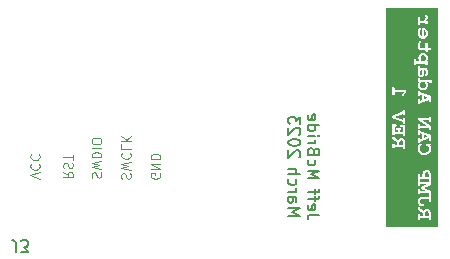
<source format=gbr>
%TF.GenerationSoftware,KiCad,Pcbnew,7.0.0-da2b9df05c~171~ubuntu22.04.1*%
%TF.CreationDate,2023-03-05T16:33:25-08:00*%
%TF.ProjectId,UsbCanAdapter,55736243-616e-4416-9461-707465722e6b,rev?*%
%TF.SameCoordinates,Original*%
%TF.FileFunction,Legend,Bot*%
%TF.FilePolarity,Positive*%
%FSLAX46Y46*%
G04 Gerber Fmt 4.6, Leading zero omitted, Abs format (unit mm)*
G04 Created by KiCad (PCBNEW 7.0.0-da2b9df05c~171~ubuntu22.04.1) date 2023-03-05 16:33:25*
%MOMM*%
%LPD*%
G01*
G04 APERTURE LIST*
%ADD10C,0.120000*%
%ADD11C,0.260000*%
%ADD12C,0.150000*%
G04 APERTURE END LIST*
D10*
X188236000Y-80490476D02*
X188274095Y-80566666D01*
X188274095Y-80566666D02*
X188274095Y-80680952D01*
X188274095Y-80680952D02*
X188236000Y-80795238D01*
X188236000Y-80795238D02*
X188159809Y-80871428D01*
X188159809Y-80871428D02*
X188083619Y-80909523D01*
X188083619Y-80909523D02*
X187931238Y-80947619D01*
X187931238Y-80947619D02*
X187816952Y-80947619D01*
X187816952Y-80947619D02*
X187664571Y-80909523D01*
X187664571Y-80909523D02*
X187588380Y-80871428D01*
X187588380Y-80871428D02*
X187512190Y-80795238D01*
X187512190Y-80795238D02*
X187474095Y-80680952D01*
X187474095Y-80680952D02*
X187474095Y-80604761D01*
X187474095Y-80604761D02*
X187512190Y-80490476D01*
X187512190Y-80490476D02*
X187550285Y-80452380D01*
X187550285Y-80452380D02*
X187816952Y-80452380D01*
X187816952Y-80452380D02*
X187816952Y-80604761D01*
X187474095Y-80109523D02*
X188274095Y-80109523D01*
X188274095Y-80109523D02*
X187474095Y-79652380D01*
X187474095Y-79652380D02*
X188274095Y-79652380D01*
X187474095Y-79271428D02*
X188274095Y-79271428D01*
X188274095Y-79271428D02*
X188274095Y-79080952D01*
X188274095Y-79080952D02*
X188236000Y-78966666D01*
X188236000Y-78966666D02*
X188159809Y-78890476D01*
X188159809Y-78890476D02*
X188083619Y-78852381D01*
X188083619Y-78852381D02*
X187931238Y-78814285D01*
X187931238Y-78814285D02*
X187816952Y-78814285D01*
X187816952Y-78814285D02*
X187664571Y-78852381D01*
X187664571Y-78852381D02*
X187588380Y-78890476D01*
X187588380Y-78890476D02*
X187512190Y-78966666D01*
X187512190Y-78966666D02*
X187474095Y-79080952D01*
X187474095Y-79080952D02*
X187474095Y-79271428D01*
X185012190Y-80923619D02*
X184974095Y-80809333D01*
X184974095Y-80809333D02*
X184974095Y-80618857D01*
X184974095Y-80618857D02*
X185012190Y-80542666D01*
X185012190Y-80542666D02*
X185050285Y-80504571D01*
X185050285Y-80504571D02*
X185126476Y-80466476D01*
X185126476Y-80466476D02*
X185202666Y-80466476D01*
X185202666Y-80466476D02*
X185278857Y-80504571D01*
X185278857Y-80504571D02*
X185316952Y-80542666D01*
X185316952Y-80542666D02*
X185355047Y-80618857D01*
X185355047Y-80618857D02*
X185393142Y-80771238D01*
X185393142Y-80771238D02*
X185431238Y-80847428D01*
X185431238Y-80847428D02*
X185469333Y-80885523D01*
X185469333Y-80885523D02*
X185545523Y-80923619D01*
X185545523Y-80923619D02*
X185621714Y-80923619D01*
X185621714Y-80923619D02*
X185697904Y-80885523D01*
X185697904Y-80885523D02*
X185736000Y-80847428D01*
X185736000Y-80847428D02*
X185774095Y-80771238D01*
X185774095Y-80771238D02*
X185774095Y-80580761D01*
X185774095Y-80580761D02*
X185736000Y-80466476D01*
X185774095Y-80199809D02*
X184974095Y-80009333D01*
X184974095Y-80009333D02*
X185545523Y-79856952D01*
X185545523Y-79856952D02*
X184974095Y-79704571D01*
X184974095Y-79704571D02*
X185774095Y-79514095D01*
X185050285Y-78752189D02*
X185012190Y-78790285D01*
X185012190Y-78790285D02*
X184974095Y-78904570D01*
X184974095Y-78904570D02*
X184974095Y-78980761D01*
X184974095Y-78980761D02*
X185012190Y-79095047D01*
X185012190Y-79095047D02*
X185088380Y-79171237D01*
X185088380Y-79171237D02*
X185164571Y-79209332D01*
X185164571Y-79209332D02*
X185316952Y-79247428D01*
X185316952Y-79247428D02*
X185431238Y-79247428D01*
X185431238Y-79247428D02*
X185583619Y-79209332D01*
X185583619Y-79209332D02*
X185659809Y-79171237D01*
X185659809Y-79171237D02*
X185736000Y-79095047D01*
X185736000Y-79095047D02*
X185774095Y-78980761D01*
X185774095Y-78980761D02*
X185774095Y-78904570D01*
X185774095Y-78904570D02*
X185736000Y-78790285D01*
X185736000Y-78790285D02*
X185697904Y-78752189D01*
X184974095Y-78028380D02*
X184974095Y-78409332D01*
X184974095Y-78409332D02*
X185774095Y-78409332D01*
X184974095Y-77761713D02*
X185774095Y-77761713D01*
X184974095Y-77304570D02*
X185431238Y-77647428D01*
X185774095Y-77304570D02*
X185316952Y-77761713D01*
X182512190Y-80847619D02*
X182474095Y-80733333D01*
X182474095Y-80733333D02*
X182474095Y-80542857D01*
X182474095Y-80542857D02*
X182512190Y-80466666D01*
X182512190Y-80466666D02*
X182550285Y-80428571D01*
X182550285Y-80428571D02*
X182626476Y-80390476D01*
X182626476Y-80390476D02*
X182702666Y-80390476D01*
X182702666Y-80390476D02*
X182778857Y-80428571D01*
X182778857Y-80428571D02*
X182816952Y-80466666D01*
X182816952Y-80466666D02*
X182855047Y-80542857D01*
X182855047Y-80542857D02*
X182893142Y-80695238D01*
X182893142Y-80695238D02*
X182931238Y-80771428D01*
X182931238Y-80771428D02*
X182969333Y-80809523D01*
X182969333Y-80809523D02*
X183045523Y-80847619D01*
X183045523Y-80847619D02*
X183121714Y-80847619D01*
X183121714Y-80847619D02*
X183197904Y-80809523D01*
X183197904Y-80809523D02*
X183236000Y-80771428D01*
X183236000Y-80771428D02*
X183274095Y-80695238D01*
X183274095Y-80695238D02*
X183274095Y-80504761D01*
X183274095Y-80504761D02*
X183236000Y-80390476D01*
X183274095Y-80123809D02*
X182474095Y-79933333D01*
X182474095Y-79933333D02*
X183045523Y-79780952D01*
X183045523Y-79780952D02*
X182474095Y-79628571D01*
X182474095Y-79628571D02*
X183274095Y-79438095D01*
X182474095Y-79133332D02*
X183274095Y-79133332D01*
X183274095Y-79133332D02*
X183274095Y-78942856D01*
X183274095Y-78942856D02*
X183236000Y-78828570D01*
X183236000Y-78828570D02*
X183159809Y-78752380D01*
X183159809Y-78752380D02*
X183083619Y-78714285D01*
X183083619Y-78714285D02*
X182931238Y-78676189D01*
X182931238Y-78676189D02*
X182816952Y-78676189D01*
X182816952Y-78676189D02*
X182664571Y-78714285D01*
X182664571Y-78714285D02*
X182588380Y-78752380D01*
X182588380Y-78752380D02*
X182512190Y-78828570D01*
X182512190Y-78828570D02*
X182474095Y-78942856D01*
X182474095Y-78942856D02*
X182474095Y-79133332D01*
X182474095Y-78333332D02*
X183274095Y-78333332D01*
X183274095Y-77799999D02*
X183274095Y-77647618D01*
X183274095Y-77647618D02*
X183236000Y-77571428D01*
X183236000Y-77571428D02*
X183159809Y-77495237D01*
X183159809Y-77495237D02*
X183007428Y-77457142D01*
X183007428Y-77457142D02*
X182740761Y-77457142D01*
X182740761Y-77457142D02*
X182588380Y-77495237D01*
X182588380Y-77495237D02*
X182512190Y-77571428D01*
X182512190Y-77571428D02*
X182474095Y-77647618D01*
X182474095Y-77647618D02*
X182474095Y-77799999D01*
X182474095Y-77799999D02*
X182512190Y-77876190D01*
X182512190Y-77876190D02*
X182588380Y-77952380D01*
X182588380Y-77952380D02*
X182740761Y-77990476D01*
X182740761Y-77990476D02*
X183007428Y-77990476D01*
X183007428Y-77990476D02*
X183159809Y-77952380D01*
X183159809Y-77952380D02*
X183236000Y-77876190D01*
X183236000Y-77876190D02*
X183274095Y-77799999D01*
X180074095Y-80352380D02*
X180455047Y-80619047D01*
X180074095Y-80809523D02*
X180874095Y-80809523D01*
X180874095Y-80809523D02*
X180874095Y-80504761D01*
X180874095Y-80504761D02*
X180836000Y-80428571D01*
X180836000Y-80428571D02*
X180797904Y-80390476D01*
X180797904Y-80390476D02*
X180721714Y-80352380D01*
X180721714Y-80352380D02*
X180607428Y-80352380D01*
X180607428Y-80352380D02*
X180531238Y-80390476D01*
X180531238Y-80390476D02*
X180493142Y-80428571D01*
X180493142Y-80428571D02*
X180455047Y-80504761D01*
X180455047Y-80504761D02*
X180455047Y-80809523D01*
X180112190Y-80047619D02*
X180074095Y-79933333D01*
X180074095Y-79933333D02*
X180074095Y-79742857D01*
X180074095Y-79742857D02*
X180112190Y-79666666D01*
X180112190Y-79666666D02*
X180150285Y-79628571D01*
X180150285Y-79628571D02*
X180226476Y-79590476D01*
X180226476Y-79590476D02*
X180302666Y-79590476D01*
X180302666Y-79590476D02*
X180378857Y-79628571D01*
X180378857Y-79628571D02*
X180416952Y-79666666D01*
X180416952Y-79666666D02*
X180455047Y-79742857D01*
X180455047Y-79742857D02*
X180493142Y-79895238D01*
X180493142Y-79895238D02*
X180531238Y-79971428D01*
X180531238Y-79971428D02*
X180569333Y-80009523D01*
X180569333Y-80009523D02*
X180645523Y-80047619D01*
X180645523Y-80047619D02*
X180721714Y-80047619D01*
X180721714Y-80047619D02*
X180797904Y-80009523D01*
X180797904Y-80009523D02*
X180836000Y-79971428D01*
X180836000Y-79971428D02*
X180874095Y-79895238D01*
X180874095Y-79895238D02*
X180874095Y-79704761D01*
X180874095Y-79704761D02*
X180836000Y-79590476D01*
X180874095Y-79361904D02*
X180874095Y-78904761D01*
X180074095Y-79133333D02*
X180874095Y-79133333D01*
X178074095Y-80923809D02*
X177274095Y-80657142D01*
X177274095Y-80657142D02*
X178074095Y-80390476D01*
X177350285Y-79666666D02*
X177312190Y-79704762D01*
X177312190Y-79704762D02*
X177274095Y-79819047D01*
X177274095Y-79819047D02*
X177274095Y-79895238D01*
X177274095Y-79895238D02*
X177312190Y-80009524D01*
X177312190Y-80009524D02*
X177388380Y-80085714D01*
X177388380Y-80085714D02*
X177464571Y-80123809D01*
X177464571Y-80123809D02*
X177616952Y-80161905D01*
X177616952Y-80161905D02*
X177731238Y-80161905D01*
X177731238Y-80161905D02*
X177883619Y-80123809D01*
X177883619Y-80123809D02*
X177959809Y-80085714D01*
X177959809Y-80085714D02*
X178036000Y-80009524D01*
X178036000Y-80009524D02*
X178074095Y-79895238D01*
X178074095Y-79895238D02*
X178074095Y-79819047D01*
X178074095Y-79819047D02*
X178036000Y-79704762D01*
X178036000Y-79704762D02*
X177997904Y-79666666D01*
X177350285Y-78866666D02*
X177312190Y-78904762D01*
X177312190Y-78904762D02*
X177274095Y-79019047D01*
X177274095Y-79019047D02*
X177274095Y-79095238D01*
X177274095Y-79095238D02*
X177312190Y-79209524D01*
X177312190Y-79209524D02*
X177388380Y-79285714D01*
X177388380Y-79285714D02*
X177464571Y-79323809D01*
X177464571Y-79323809D02*
X177616952Y-79361905D01*
X177616952Y-79361905D02*
X177731238Y-79361905D01*
X177731238Y-79361905D02*
X177883619Y-79323809D01*
X177883619Y-79323809D02*
X177959809Y-79285714D01*
X177959809Y-79285714D02*
X178036000Y-79209524D01*
X178036000Y-79209524D02*
X178074095Y-79095238D01*
X178074095Y-79095238D02*
X178074095Y-79019047D01*
X178074095Y-79019047D02*
X178036000Y-78904762D01*
X178036000Y-78904762D02*
X177997904Y-78866666D01*
D11*
G36*
X210865469Y-83686089D02*
G01*
X210879182Y-83688753D01*
X210892300Y-83693194D01*
X210904822Y-83699410D01*
X210916748Y-83707403D01*
X210928080Y-83717171D01*
X210938816Y-83728716D01*
X210948956Y-83742037D01*
X210955992Y-83752964D01*
X210962337Y-83764433D01*
X210967989Y-83776443D01*
X210972949Y-83788994D01*
X210977216Y-83802087D01*
X210980792Y-83815721D01*
X210983676Y-83829897D01*
X210985867Y-83844614D01*
X210987367Y-83859872D01*
X210988174Y-83875672D01*
X210988328Y-83886506D01*
X210988328Y-84091304D01*
X210693991Y-84091304D01*
X210693991Y-83952232D01*
X210694166Y-83938017D01*
X210694691Y-83924107D01*
X210695565Y-83910502D01*
X210696789Y-83897203D01*
X210698363Y-83884208D01*
X210700287Y-83871518D01*
X210703828Y-83853056D01*
X210708157Y-83835281D01*
X210713272Y-83818192D01*
X210719174Y-83801789D01*
X210725863Y-83786073D01*
X210733340Y-83771043D01*
X210738761Y-83761405D01*
X210747356Y-83747787D01*
X210756353Y-83735508D01*
X210765752Y-83724568D01*
X210775553Y-83714968D01*
X210785756Y-83706708D01*
X210799984Y-83697778D01*
X210814927Y-83691229D01*
X210830585Y-83687062D01*
X210846957Y-83685276D01*
X210851161Y-83685201D01*
X210865469Y-83686089D01*
G37*
G36*
X210988328Y-81010449D02*
G01*
X210988685Y-81025060D01*
X210989757Y-81038728D01*
X210991543Y-81051453D01*
X210995562Y-81068774D01*
X211001188Y-81083974D01*
X211008421Y-81097053D01*
X211017262Y-81108011D01*
X211027710Y-81116848D01*
X211039766Y-81123564D01*
X211049568Y-81126860D01*
X211039291Y-81130384D01*
X211025008Y-81138570D01*
X211013007Y-81149733D01*
X211005504Y-81160058D01*
X210999284Y-81172058D01*
X210994349Y-81185733D01*
X210990697Y-81201081D01*
X210988328Y-81218104D01*
X210287889Y-81218104D01*
X210287531Y-81204609D01*
X210285656Y-81185998D01*
X210282173Y-81169346D01*
X210277083Y-81154653D01*
X210270385Y-81141919D01*
X210262080Y-81131144D01*
X210252168Y-81122329D01*
X210245560Y-81118395D01*
X210252168Y-81114138D01*
X210262080Y-81104594D01*
X210270385Y-81092929D01*
X210277083Y-81079143D01*
X210282173Y-81063236D01*
X210285656Y-81045208D01*
X210287085Y-81032012D01*
X210287799Y-81017872D01*
X210287889Y-81010449D01*
X210287889Y-80983143D01*
X210988328Y-80983143D01*
X210988328Y-81010449D01*
G37*
G36*
X210834511Y-80381925D02*
G01*
X210848379Y-80383348D01*
X210861651Y-80385720D01*
X210874325Y-80389041D01*
X210886402Y-80393311D01*
X210901576Y-80400480D01*
X210915688Y-80409335D01*
X210928738Y-80419878D01*
X210937830Y-80428892D01*
X210943558Y-80435428D01*
X210951559Y-80445855D01*
X210958773Y-80457013D01*
X210965200Y-80468902D01*
X210970840Y-80481522D01*
X210975693Y-80494874D01*
X210979759Y-80508957D01*
X210983038Y-80523770D01*
X210985530Y-80539315D01*
X210987235Y-80555591D01*
X210988153Y-80572599D01*
X210988328Y-80584343D01*
X210988328Y-80800254D01*
X210653667Y-80800254D01*
X210653667Y-80584343D01*
X210654060Y-80566848D01*
X210655241Y-80550085D01*
X210657208Y-80534052D01*
X210659962Y-80518751D01*
X210663504Y-80504181D01*
X210667832Y-80490342D01*
X210672947Y-80477234D01*
X210678850Y-80464858D01*
X210685539Y-80453212D01*
X210693015Y-80442298D01*
X210698436Y-80435428D01*
X210707113Y-80425782D01*
X210719558Y-80414396D01*
X210733005Y-80404697D01*
X210747454Y-80396684D01*
X210762906Y-80390359D01*
X210775152Y-80386722D01*
X210787962Y-80384033D01*
X210801336Y-80382294D01*
X210815274Y-80381503D01*
X210820045Y-80381450D01*
X210834511Y-80381925D01*
G37*
G36*
X208681469Y-77685677D02*
G01*
X208695182Y-77688341D01*
X208708300Y-77692782D01*
X208720822Y-77698998D01*
X208732748Y-77706991D01*
X208744080Y-77716759D01*
X208754816Y-77728304D01*
X208764956Y-77741625D01*
X208771992Y-77752552D01*
X208778337Y-77764021D01*
X208783989Y-77776031D01*
X208788949Y-77788582D01*
X208793216Y-77801675D01*
X208796792Y-77815309D01*
X208799676Y-77829485D01*
X208801867Y-77844202D01*
X208803367Y-77859460D01*
X208804174Y-77875260D01*
X208804328Y-77886094D01*
X208804328Y-78090892D01*
X208509991Y-78090892D01*
X208509991Y-77951820D01*
X208510166Y-77937605D01*
X208510691Y-77923695D01*
X208511565Y-77910090D01*
X208512789Y-77896791D01*
X208514363Y-77883796D01*
X208516287Y-77871106D01*
X208519828Y-77852644D01*
X208524157Y-77834869D01*
X208529272Y-77817780D01*
X208535174Y-77801377D01*
X208541863Y-77785661D01*
X208549340Y-77770631D01*
X208554761Y-77760993D01*
X208563356Y-77747375D01*
X208572353Y-77735096D01*
X208581752Y-77724156D01*
X208591553Y-77714556D01*
X208601756Y-77706296D01*
X208615984Y-77697366D01*
X208630927Y-77690817D01*
X208646585Y-77686650D01*
X208662957Y-77684864D01*
X208667161Y-77684789D01*
X208681469Y-77685677D01*
G37*
G36*
X210928000Y-77338697D02*
G01*
X210576828Y-77483167D01*
X210576828Y-77196133D01*
X210928000Y-77338697D01*
G37*
G36*
X210928000Y-74065746D02*
G01*
X210576828Y-74210215D01*
X210576828Y-73923181D01*
X210928000Y-74065746D01*
G37*
G36*
X210515462Y-72729933D02*
G01*
X210528699Y-72730815D01*
X210541607Y-72732285D01*
X210554185Y-72734343D01*
X210572433Y-72738532D01*
X210589939Y-72744043D01*
X210606703Y-72750877D01*
X210622724Y-72759035D01*
X210638003Y-72768514D01*
X210652539Y-72779317D01*
X210666333Y-72791443D01*
X210679385Y-72804891D01*
X210691472Y-72819373D01*
X210702369Y-72834721D01*
X210712078Y-72850934D01*
X210720598Y-72868012D01*
X210725617Y-72879878D01*
X210730109Y-72892128D01*
X210734071Y-72904763D01*
X210737506Y-72917782D01*
X210740412Y-72931186D01*
X210742789Y-72944975D01*
X210744639Y-72959148D01*
X210745960Y-72973705D01*
X210746752Y-72988647D01*
X210747016Y-73003973D01*
X210746741Y-73019105D01*
X210745915Y-73033859D01*
X210744538Y-73048237D01*
X210742611Y-73062237D01*
X210740133Y-73075861D01*
X210737104Y-73089107D01*
X210733524Y-73101976D01*
X210729394Y-73114469D01*
X210724713Y-73126584D01*
X210719482Y-73138322D01*
X210713699Y-73149683D01*
X210703993Y-73166018D01*
X210693049Y-73181504D01*
X210680864Y-73196142D01*
X210676528Y-73200833D01*
X210663046Y-73214054D01*
X210649034Y-73225975D01*
X210634492Y-73236595D01*
X210619420Y-73245915D01*
X210603817Y-73253935D01*
X210587684Y-73260654D01*
X210571021Y-73266072D01*
X210553828Y-73270190D01*
X210536104Y-73273008D01*
X210517851Y-73274525D01*
X210505387Y-73274814D01*
X210492504Y-73274518D01*
X210473686Y-73272961D01*
X210455477Y-73270071D01*
X210437877Y-73265847D01*
X210420884Y-73260289D01*
X210404500Y-73253397D01*
X210388725Y-73245171D01*
X210373557Y-73235611D01*
X210358998Y-73224717D01*
X210345048Y-73212489D01*
X210331706Y-73198928D01*
X210323285Y-73189267D01*
X210315408Y-73179257D01*
X210304611Y-73163585D01*
X210295036Y-73147127D01*
X210289332Y-73135717D01*
X210284171Y-73123958D01*
X210279554Y-73111849D01*
X210275479Y-73099390D01*
X210271948Y-73086582D01*
X210268960Y-73073423D01*
X210266516Y-73059915D01*
X210264614Y-73046058D01*
X210263256Y-73031850D01*
X210262441Y-73017293D01*
X210262170Y-73002386D01*
X210262438Y-72987478D01*
X210263241Y-72972921D01*
X210264581Y-72958713D01*
X210266456Y-72944856D01*
X210268867Y-72931348D01*
X210271814Y-72918189D01*
X210275297Y-72905381D01*
X210279316Y-72892922D01*
X210283870Y-72880813D01*
X210288960Y-72869054D01*
X210294586Y-72857644D01*
X210304030Y-72841186D01*
X210314679Y-72825514D01*
X210326534Y-72810630D01*
X210330753Y-72805843D01*
X210343911Y-72792225D01*
X210357666Y-72779946D01*
X210372019Y-72769007D01*
X210386968Y-72759407D01*
X210402515Y-72751146D01*
X210418659Y-72744225D01*
X210435400Y-72738644D01*
X210452739Y-72734402D01*
X210470674Y-72731500D01*
X210489207Y-72729937D01*
X210501894Y-72729640D01*
X210515462Y-72729933D01*
G37*
G36*
X210445894Y-71729795D02*
G01*
X210448160Y-71743882D01*
X210450269Y-71757756D01*
X210452223Y-71771417D01*
X210454020Y-71784864D01*
X210455661Y-71798098D01*
X210457145Y-71811119D01*
X210458474Y-71823926D01*
X210460173Y-71842737D01*
X210461521Y-71861068D01*
X210462518Y-71878919D01*
X210463162Y-71896290D01*
X210463455Y-71913181D01*
X210463475Y-71918704D01*
X210463120Y-71935967D01*
X210462057Y-71952866D01*
X210460285Y-71969402D01*
X210457804Y-71985576D01*
X210454614Y-72001387D01*
X210450716Y-72016835D01*
X210446108Y-72031921D01*
X210440792Y-72046643D01*
X210434767Y-72061003D01*
X210428033Y-72075000D01*
X210423150Y-72084130D01*
X210415532Y-72097068D01*
X210407679Y-72108733D01*
X210399591Y-72119125D01*
X210388444Y-72131002D01*
X210376879Y-72140617D01*
X210364898Y-72147969D01*
X210352500Y-72153060D01*
X210339685Y-72155887D01*
X210329801Y-72156524D01*
X210316827Y-72154594D01*
X210304857Y-72148805D01*
X210293889Y-72139157D01*
X210285287Y-72127816D01*
X210278681Y-72116199D01*
X210272918Y-72103156D01*
X210268132Y-72089229D01*
X210264323Y-72074418D01*
X210261978Y-72061933D01*
X210260259Y-72048883D01*
X210259165Y-72035267D01*
X210258697Y-72021086D01*
X210258677Y-72017452D01*
X210259042Y-71998672D01*
X210260136Y-71979881D01*
X210261959Y-71961077D01*
X210264511Y-71942260D01*
X210267793Y-71923431D01*
X210271804Y-71904590D01*
X210276545Y-71885736D01*
X210282015Y-71866870D01*
X210288214Y-71847991D01*
X210295142Y-71829100D01*
X210302799Y-71810197D01*
X210311186Y-71791281D01*
X210320302Y-71772353D01*
X210330148Y-71753413D01*
X210340723Y-71734460D01*
X210352027Y-71715494D01*
X210443471Y-71715494D01*
X210445894Y-71729795D01*
G37*
G36*
X210542960Y-70460696D02*
G01*
X210559950Y-70462672D01*
X210576359Y-70465965D01*
X210592188Y-70470575D01*
X210607436Y-70476502D01*
X210622104Y-70483747D01*
X210636191Y-70492309D01*
X210649698Y-70502187D01*
X210662624Y-70513384D01*
X210674970Y-70525897D01*
X210682878Y-70534971D01*
X210694000Y-70549423D01*
X210704028Y-70564679D01*
X210712961Y-70580738D01*
X210720801Y-70597601D01*
X210727547Y-70615268D01*
X210731437Y-70627492D01*
X210734840Y-70640074D01*
X210737757Y-70653012D01*
X210740188Y-70666308D01*
X210742133Y-70679962D01*
X210743592Y-70693972D01*
X210744564Y-70708340D01*
X210745050Y-70723064D01*
X210745111Y-70730561D01*
X210744868Y-70745696D01*
X210744139Y-70760462D01*
X210742923Y-70774858D01*
X210741222Y-70788884D01*
X210739034Y-70802541D01*
X210736360Y-70815829D01*
X210733199Y-70828746D01*
X210729553Y-70841294D01*
X210725420Y-70853473D01*
X210718310Y-70871047D01*
X210710105Y-70887790D01*
X210700807Y-70903702D01*
X210690414Y-70918782D01*
X210682878Y-70928373D01*
X210670939Y-70941764D01*
X210658458Y-70953839D01*
X210645436Y-70964596D01*
X210631872Y-70974036D01*
X210617767Y-70982158D01*
X210603121Y-70988964D01*
X210587933Y-70994452D01*
X210572204Y-70998623D01*
X210555934Y-71001477D01*
X210539122Y-71003014D01*
X210527613Y-71003307D01*
X210509702Y-71002640D01*
X210492406Y-71000639D01*
X210475723Y-70997304D01*
X210459655Y-70992635D01*
X210444200Y-70986632D01*
X210429359Y-70979296D01*
X210415132Y-70970625D01*
X210401519Y-70960621D01*
X210388521Y-70949282D01*
X210376136Y-70936610D01*
X210368220Y-70927420D01*
X210357155Y-70912795D01*
X210347178Y-70897378D01*
X210338290Y-70881168D01*
X210330490Y-70864165D01*
X210323779Y-70846370D01*
X210319909Y-70834066D01*
X210316523Y-70821410D01*
X210313621Y-70808402D01*
X210311202Y-70795042D01*
X210309267Y-70781329D01*
X210307816Y-70767264D01*
X210306849Y-70752847D01*
X210306365Y-70738077D01*
X210306304Y-70730561D01*
X210306546Y-70715884D01*
X210307272Y-70701543D01*
X210308481Y-70687536D01*
X210310174Y-70673864D01*
X210312351Y-70660527D01*
X210315011Y-70647525D01*
X210318155Y-70634858D01*
X210321783Y-70622526D01*
X210328132Y-70604655D01*
X210335569Y-70587538D01*
X210344095Y-70571175D01*
X210353709Y-70555565D01*
X210364411Y-70540708D01*
X210368220Y-70535924D01*
X210380176Y-70522362D01*
X210392707Y-70510134D01*
X210405813Y-70499240D01*
X210419494Y-70489680D01*
X210433749Y-70481454D01*
X210448580Y-70474562D01*
X210463985Y-70469004D01*
X210479966Y-70464780D01*
X210496521Y-70461890D01*
X210513651Y-70460334D01*
X210525390Y-70460037D01*
X210542960Y-70460696D01*
G37*
G36*
X210594423Y-68355658D02*
G01*
X210607678Y-68361122D01*
X210620402Y-68367490D01*
X210632596Y-68374763D01*
X210644261Y-68382939D01*
X210655394Y-68392020D01*
X210665998Y-68402005D01*
X210676071Y-68412894D01*
X210685614Y-68424688D01*
X210694627Y-68437385D01*
X210700341Y-68446353D01*
X210708342Y-68460288D01*
X210715556Y-68474710D01*
X210721983Y-68489616D01*
X210727623Y-68505009D01*
X210732476Y-68520887D01*
X210736542Y-68537250D01*
X210739821Y-68554099D01*
X210742313Y-68571434D01*
X210744018Y-68589254D01*
X210744936Y-68607560D01*
X210745111Y-68620034D01*
X210744709Y-68638672D01*
X210743504Y-68656841D01*
X210741494Y-68674541D01*
X210738681Y-68691772D01*
X210735065Y-68708535D01*
X210730644Y-68724829D01*
X210725420Y-68740654D01*
X210719392Y-68756010D01*
X210712561Y-68770897D01*
X210704926Y-68785316D01*
X210699389Y-68794667D01*
X210690576Y-68808067D01*
X210681283Y-68820524D01*
X210671510Y-68832037D01*
X210661257Y-68842607D01*
X210650524Y-68852234D01*
X210639311Y-68860918D01*
X210627619Y-68868658D01*
X210615446Y-68875455D01*
X210602793Y-68881309D01*
X210589660Y-68886220D01*
X210580638Y-68888970D01*
X210580638Y-68351098D01*
X210594423Y-68355658D01*
G37*
G36*
X211819961Y-84998187D02*
G01*
X207345286Y-84998187D01*
X207345286Y-84301817D01*
X210105000Y-84301817D01*
X210105357Y-84316427D01*
X210106428Y-84330096D01*
X210108214Y-84342821D01*
X210112233Y-84360142D01*
X210117859Y-84375341D01*
X210125092Y-84388420D01*
X210133933Y-84399378D01*
X210144381Y-84408216D01*
X210156437Y-84414932D01*
X210170100Y-84419527D01*
X210185371Y-84422001D01*
X210196444Y-84422473D01*
X210212786Y-84421412D01*
X210227521Y-84418231D01*
X210240648Y-84412929D01*
X210252168Y-84405505D01*
X210262080Y-84395961D01*
X210270385Y-84384296D01*
X210277083Y-84370511D01*
X210282173Y-84354604D01*
X210285656Y-84336576D01*
X210287085Y-84323379D01*
X210287799Y-84309240D01*
X210287889Y-84301817D01*
X210287889Y-84274193D01*
X210988328Y-84274193D01*
X210988328Y-84301817D01*
X210988685Y-84316427D01*
X210989757Y-84330096D01*
X210991543Y-84342821D01*
X210995562Y-84360142D01*
X211001188Y-84375341D01*
X211008421Y-84388420D01*
X211017262Y-84399378D01*
X211027710Y-84408216D01*
X211039766Y-84414932D01*
X211053429Y-84419527D01*
X211068699Y-84422001D01*
X211079773Y-84422473D01*
X211092498Y-84421987D01*
X211106912Y-84420011D01*
X211119667Y-84416517D01*
X211132783Y-84410318D01*
X211143510Y-84401931D01*
X211151849Y-84391356D01*
X211158431Y-84378728D01*
X211162876Y-84366737D01*
X211166375Y-84353413D01*
X211168929Y-84338756D01*
X211170290Y-84326070D01*
X211171047Y-84312531D01*
X211171217Y-84301817D01*
X211171217Y-83893809D01*
X211170864Y-83871877D01*
X211169803Y-83850453D01*
X211168036Y-83829538D01*
X211165561Y-83809132D01*
X211162380Y-83789234D01*
X211158492Y-83769844D01*
X211153896Y-83750963D01*
X211148594Y-83732590D01*
X211142585Y-83714727D01*
X211135869Y-83697371D01*
X211128446Y-83680524D01*
X211120315Y-83664186D01*
X211111478Y-83648356D01*
X211101934Y-83633034D01*
X211091683Y-83618222D01*
X211080725Y-83603917D01*
X211069203Y-83590306D01*
X211057259Y-83577573D01*
X211044893Y-83565719D01*
X211032106Y-83554742D01*
X211018897Y-83544644D01*
X211005266Y-83535423D01*
X210991213Y-83527081D01*
X210976739Y-83519617D01*
X210961843Y-83513031D01*
X210946525Y-83507323D01*
X210930786Y-83502493D01*
X210914625Y-83498542D01*
X210898042Y-83495468D01*
X210881038Y-83493273D01*
X210863611Y-83491956D01*
X210845764Y-83491517D01*
X210824964Y-83492288D01*
X210804635Y-83494603D01*
X210784778Y-83498460D01*
X210765392Y-83503860D01*
X210746478Y-83510803D01*
X210728035Y-83519289D01*
X210710063Y-83529318D01*
X210692562Y-83540890D01*
X210675533Y-83554005D01*
X210658975Y-83568663D01*
X210642888Y-83584864D01*
X210627273Y-83602608D01*
X210612129Y-83621894D01*
X210597456Y-83642724D01*
X210590297Y-83653717D01*
X210583255Y-83665096D01*
X210576331Y-83676861D01*
X210569525Y-83689011D01*
X210556220Y-83674195D01*
X210542343Y-83659433D01*
X210527892Y-83644725D01*
X210512868Y-83630073D01*
X210497272Y-83615474D01*
X210481102Y-83600931D01*
X210464359Y-83586441D01*
X210447043Y-83572007D01*
X210429155Y-83557627D01*
X210410693Y-83543302D01*
X210391658Y-83529031D01*
X210372050Y-83514814D01*
X210351869Y-83500653D01*
X210331115Y-83486546D01*
X210320524Y-83479512D01*
X210309788Y-83472493D01*
X210298910Y-83465487D01*
X210287889Y-83458495D01*
X210287889Y-83434681D01*
X210287531Y-83420071D01*
X210286460Y-83406403D01*
X210284674Y-83393677D01*
X210280655Y-83376356D01*
X210275029Y-83361157D01*
X210267796Y-83348078D01*
X210258955Y-83337120D01*
X210248507Y-83328283D01*
X210236451Y-83321566D01*
X210222788Y-83316971D01*
X210207517Y-83314497D01*
X210196444Y-83314025D01*
X210180102Y-83315086D01*
X210165367Y-83318267D01*
X210152240Y-83323569D01*
X210140720Y-83330993D01*
X210130808Y-83340537D01*
X210122503Y-83352202D01*
X210115805Y-83365988D01*
X210110715Y-83381894D01*
X210107232Y-83399922D01*
X210105803Y-83413119D01*
X210105089Y-83427258D01*
X210105000Y-83434681D01*
X210105000Y-83579151D01*
X210121452Y-83587752D01*
X210137867Y-83596649D01*
X210154245Y-83605841D01*
X210170586Y-83615328D01*
X210186890Y-83625110D01*
X210203157Y-83635188D01*
X210219386Y-83645560D01*
X210235578Y-83656228D01*
X210251733Y-83667191D01*
X210267850Y-83678449D01*
X210283931Y-83690002D01*
X210299974Y-83701851D01*
X210315980Y-83713995D01*
X210331949Y-83726434D01*
X210347880Y-83739168D01*
X210363775Y-83752197D01*
X210379234Y-83765152D01*
X210393859Y-83777742D01*
X210407651Y-83789968D01*
X210420610Y-83801829D01*
X210432735Y-83813325D01*
X210444027Y-83824457D01*
X210454485Y-83835224D01*
X210464110Y-83845626D01*
X210472901Y-83855664D01*
X210484525Y-83870037D01*
X210494274Y-83883589D01*
X210502147Y-83896321D01*
X210508145Y-83908232D01*
X210511102Y-83915718D01*
X210511102Y-84091304D01*
X210287889Y-84091304D01*
X210287889Y-84027483D01*
X210287531Y-84012834D01*
X210286460Y-83999130D01*
X210284674Y-83986371D01*
X210280655Y-83969005D01*
X210275029Y-83953765D01*
X210267796Y-83940652D01*
X210258955Y-83929665D01*
X210248507Y-83920804D01*
X210236451Y-83914071D01*
X210222788Y-83909463D01*
X210207517Y-83906982D01*
X210196444Y-83906510D01*
X210180102Y-83907573D01*
X210165367Y-83910763D01*
X210152240Y-83916079D01*
X210140720Y-83923522D01*
X210130808Y-83933091D01*
X210122503Y-83944786D01*
X210115805Y-83958609D01*
X210110715Y-83974557D01*
X210107232Y-83992632D01*
X210105803Y-84005864D01*
X210105089Y-84020040D01*
X210105000Y-84027483D01*
X210105000Y-84301817D01*
X207345286Y-84301817D01*
X207345286Y-82845055D01*
X210079281Y-82845055D01*
X210079746Y-82864562D01*
X210081141Y-82884744D01*
X210083467Y-82905601D01*
X210086723Y-82927133D01*
X210090909Y-82949339D01*
X210096025Y-82972220D01*
X210102071Y-82995775D01*
X210109048Y-83020006D01*
X210112885Y-83032374D01*
X210116955Y-83044911D01*
X210121257Y-83057617D01*
X210125792Y-83070491D01*
X210130559Y-83083534D01*
X210135559Y-83096745D01*
X210140792Y-83110126D01*
X210146257Y-83123675D01*
X210151954Y-83137392D01*
X210157884Y-83151279D01*
X210164047Y-83165334D01*
X210170442Y-83179558D01*
X210177070Y-83193950D01*
X210183931Y-83208511D01*
X210191024Y-83223241D01*
X210198349Y-83238139D01*
X210494591Y-83238139D01*
X210509433Y-83237782D01*
X210523317Y-83236710D01*
X210536243Y-83234924D01*
X210553837Y-83230906D01*
X210569277Y-83225280D01*
X210582562Y-83218046D01*
X210593693Y-83209206D01*
X210602670Y-83198757D01*
X210609492Y-83186702D01*
X210614160Y-83173039D01*
X210616674Y-83157768D01*
X210617152Y-83146695D01*
X210616651Y-83133538D01*
X210614616Y-83118710D01*
X210611014Y-83105681D01*
X210604625Y-83092419D01*
X210595982Y-83081748D01*
X210585083Y-83073666D01*
X210572131Y-83067408D01*
X210559922Y-83063181D01*
X210546426Y-83059854D01*
X210531643Y-83057426D01*
X210518890Y-83056131D01*
X210505314Y-83055412D01*
X210494591Y-83055250D01*
X210319005Y-83055250D01*
X210312123Y-83039642D01*
X210305684Y-83024332D01*
X210299690Y-83009319D01*
X210294140Y-82994605D01*
X210289033Y-82980187D01*
X210284371Y-82966068D01*
X210280153Y-82952246D01*
X210276379Y-82938722D01*
X210273048Y-82925495D01*
X210270162Y-82912567D01*
X210267720Y-82899935D01*
X210264889Y-82881547D01*
X210263058Y-82863828D01*
X210262225Y-82846779D01*
X210262170Y-82841245D01*
X210262428Y-82828362D01*
X210263782Y-82809544D01*
X210266297Y-82791335D01*
X210269974Y-82773734D01*
X210274811Y-82756742D01*
X210280809Y-82740358D01*
X210287968Y-82724582D01*
X210296288Y-82709415D01*
X210305769Y-82694856D01*
X210316410Y-82680906D01*
X210328213Y-82667563D01*
X210338978Y-82657379D01*
X210349363Y-82648736D01*
X210360999Y-82640598D01*
X210373665Y-82633866D01*
X210381238Y-82631049D01*
X210395526Y-82627854D01*
X210409368Y-82626057D01*
X210422949Y-82624952D01*
X210438391Y-82624203D01*
X210452084Y-82623860D01*
X210466967Y-82623746D01*
X210988328Y-82623746D01*
X210988328Y-82841245D01*
X210988685Y-82855855D01*
X210989757Y-82869523D01*
X210991543Y-82882249D01*
X210995562Y-82899569D01*
X211001188Y-82914769D01*
X211008421Y-82927848D01*
X211017262Y-82938806D01*
X211027710Y-82947643D01*
X211039766Y-82954360D01*
X211053429Y-82958955D01*
X211068699Y-82961429D01*
X211079773Y-82961901D01*
X211092498Y-82961414D01*
X211106912Y-82959439D01*
X211119667Y-82955945D01*
X211132783Y-82949746D01*
X211143510Y-82941359D01*
X211151849Y-82930784D01*
X211158431Y-82918155D01*
X211162876Y-82906165D01*
X211166375Y-82892841D01*
X211168929Y-82878184D01*
X211170290Y-82865498D01*
X211171047Y-82851959D01*
X211171217Y-82841245D01*
X211171217Y-82336395D01*
X211170860Y-82321784D01*
X211169788Y-82308116D01*
X211168002Y-82295390D01*
X211163984Y-82278070D01*
X211158358Y-82262870D01*
X211151124Y-82249791D01*
X211142726Y-82239381D01*
X211143593Y-82238600D01*
X211152981Y-82227671D01*
X211159321Y-82216603D01*
X211164311Y-82203752D01*
X211167953Y-82189118D01*
X211169895Y-82176128D01*
X211170974Y-82161996D01*
X211171217Y-82150648D01*
X211171217Y-81944263D01*
X210626360Y-81691838D01*
X211171217Y-81444810D01*
X211171217Y-81243823D01*
X211170860Y-81229174D01*
X211169788Y-81215470D01*
X211168002Y-81202711D01*
X211163984Y-81185345D01*
X211158358Y-81170105D01*
X211151124Y-81156991D01*
X211142284Y-81146005D01*
X211131835Y-81137144D01*
X211119780Y-81130410D01*
X211111121Y-81127490D01*
X211119667Y-81125149D01*
X211132783Y-81118950D01*
X211143510Y-81110563D01*
X211151849Y-81099988D01*
X211158431Y-81087360D01*
X211162876Y-81075369D01*
X211166375Y-81062045D01*
X211168929Y-81047388D01*
X211170290Y-81034702D01*
X211171047Y-81021163D01*
X211171217Y-81010449D01*
X211171217Y-80584343D01*
X211170839Y-80562876D01*
X211169704Y-80541895D01*
X211167813Y-80521400D01*
X211165165Y-80501392D01*
X211161760Y-80481870D01*
X211157599Y-80462834D01*
X211152681Y-80444284D01*
X211147007Y-80426220D01*
X211140576Y-80408643D01*
X211133388Y-80391551D01*
X211125444Y-80374946D01*
X211116743Y-80358827D01*
X211107286Y-80343195D01*
X211097072Y-80328048D01*
X211086102Y-80313388D01*
X211074375Y-80299214D01*
X211062054Y-80285680D01*
X211049301Y-80273019D01*
X211036117Y-80261231D01*
X211022501Y-80250316D01*
X211008453Y-80240275D01*
X210993974Y-80231107D01*
X210979063Y-80222812D01*
X210963721Y-80215390D01*
X210947947Y-80208841D01*
X210931741Y-80203165D01*
X210915104Y-80198363D01*
X210898035Y-80194434D01*
X210880534Y-80191378D01*
X210862602Y-80189195D01*
X210844238Y-80187885D01*
X210825443Y-80187448D01*
X210810148Y-80187720D01*
X210795024Y-80188534D01*
X210780071Y-80189890D01*
X210765288Y-80191789D01*
X210750676Y-80194231D01*
X210736234Y-80197216D01*
X210730505Y-80198561D01*
X210716147Y-80202431D01*
X210701650Y-80207293D01*
X210687013Y-80213147D01*
X210675203Y-80218545D01*
X210663303Y-80224578D01*
X210651315Y-80231246D01*
X210639237Y-80238548D01*
X210636203Y-80240473D01*
X210624331Y-80248496D01*
X210612846Y-80257004D01*
X210601748Y-80265999D01*
X210591037Y-80275480D01*
X210580712Y-80285447D01*
X210570775Y-80295900D01*
X210561225Y-80306839D01*
X210552062Y-80318265D01*
X210543370Y-80330420D01*
X210535075Y-80343547D01*
X210527176Y-80357647D01*
X210519675Y-80372719D01*
X210514309Y-80384661D01*
X210509167Y-80397150D01*
X210504248Y-80410186D01*
X210499552Y-80423769D01*
X210495080Y-80437899D01*
X210493639Y-80442731D01*
X210489553Y-80457461D01*
X210485870Y-80472598D01*
X210482588Y-80488143D01*
X210479708Y-80504096D01*
X210477230Y-80520456D01*
X210475153Y-80537223D01*
X210473479Y-80554398D01*
X210472206Y-80571980D01*
X210471336Y-80589969D01*
X210470867Y-80608366D01*
X210470778Y-80620857D01*
X210470778Y-80800254D01*
X210287889Y-80800254D01*
X210287889Y-80618952D01*
X210287531Y-80604341D01*
X210286460Y-80590673D01*
X210284674Y-80577948D01*
X210280655Y-80560627D01*
X210275029Y-80545427D01*
X210267796Y-80532348D01*
X210258955Y-80521390D01*
X210248507Y-80512553D01*
X210236451Y-80505837D01*
X210222788Y-80501242D01*
X210207517Y-80498767D01*
X210196444Y-80498296D01*
X210180102Y-80499357D01*
X210165367Y-80502538D01*
X210152240Y-80507840D01*
X210140720Y-80515263D01*
X210130808Y-80524808D01*
X210122503Y-80536472D01*
X210115805Y-80550258D01*
X210110715Y-80566165D01*
X210107232Y-80584193D01*
X210105803Y-80597390D01*
X210105089Y-80611529D01*
X210105000Y-80618952D01*
X210105000Y-81010449D01*
X210105357Y-81025060D01*
X210106428Y-81038728D01*
X210108214Y-81051453D01*
X210112233Y-81068774D01*
X210117859Y-81083974D01*
X210125092Y-81097053D01*
X210133933Y-81108011D01*
X210144381Y-81116848D01*
X210148056Y-81118895D01*
X210140720Y-81123624D01*
X210130808Y-81133168D01*
X210122503Y-81144833D01*
X210115805Y-81158618D01*
X210110715Y-81174525D01*
X210107232Y-81192553D01*
X210105803Y-81205750D01*
X210105089Y-81219889D01*
X210105000Y-81227312D01*
X210105000Y-81464814D01*
X210105357Y-81479463D01*
X210106428Y-81493167D01*
X210108214Y-81505926D01*
X210112233Y-81523292D01*
X210117859Y-81538532D01*
X210125092Y-81551646D01*
X210133933Y-81562632D01*
X210144381Y-81571493D01*
X210156437Y-81578227D01*
X210170100Y-81582834D01*
X210185371Y-81585315D01*
X210196444Y-81585787D01*
X210209169Y-81585301D01*
X210223583Y-81583326D01*
X210236338Y-81579832D01*
X210249454Y-81573633D01*
X210260182Y-81565246D01*
X210268520Y-81554671D01*
X210275102Y-81542031D01*
X210279547Y-81530014D01*
X210283046Y-81516648D01*
X210285600Y-81501934D01*
X210286962Y-81489191D01*
X210287718Y-81475585D01*
X210287889Y-81464814D01*
X210287889Y-81400993D01*
X210816552Y-81400993D01*
X210355519Y-81603886D01*
X210355519Y-81770264D01*
X210814647Y-81986175D01*
X210287889Y-81986175D01*
X210287889Y-81922037D01*
X210287586Y-81907426D01*
X210286678Y-81893758D01*
X210285165Y-81881032D01*
X210282422Y-81866451D01*
X210278734Y-81853343D01*
X210273060Y-81839557D01*
X210268520Y-81831545D01*
X210260182Y-81821294D01*
X210249454Y-81813163D01*
X210236338Y-81807154D01*
X210223583Y-81803767D01*
X210209169Y-81801852D01*
X210196444Y-81801381D01*
X210180102Y-81802441D01*
X210165367Y-81805622D01*
X210152240Y-81810925D01*
X210140720Y-81818348D01*
X210130808Y-81827892D01*
X210122503Y-81839557D01*
X210115805Y-81853343D01*
X210110715Y-81869250D01*
X210107232Y-81887277D01*
X210105803Y-81900474D01*
X210105089Y-81914613D01*
X210105000Y-81922037D01*
X210105000Y-82158268D01*
X210105357Y-82173071D01*
X210106428Y-82186919D01*
X210108214Y-82199812D01*
X210112233Y-82217361D01*
X210117859Y-82232760D01*
X210125092Y-82246011D01*
X210133933Y-82257114D01*
X210144381Y-82266067D01*
X210156437Y-82272872D01*
X210170100Y-82277527D01*
X210185371Y-82280034D01*
X210196444Y-82280512D01*
X210212786Y-82279532D01*
X210227521Y-82276594D01*
X210240648Y-82271696D01*
X210252168Y-82264839D01*
X210262080Y-82256024D01*
X210270385Y-82245249D01*
X210277083Y-82232515D01*
X210282173Y-82217822D01*
X210285656Y-82201170D01*
X210287531Y-82182559D01*
X210287889Y-82169064D01*
X210986423Y-82169064D01*
X210988808Y-82186087D01*
X210992510Y-82201436D01*
X210997530Y-82215110D01*
X211003867Y-82227110D01*
X211011520Y-82237435D01*
X211015434Y-82241000D01*
X211014136Y-82242250D01*
X211005831Y-82253915D01*
X210999134Y-82267701D01*
X210994043Y-82283608D01*
X210990561Y-82301635D01*
X210989132Y-82314832D01*
X210988417Y-82328971D01*
X210988328Y-82336395D01*
X210988328Y-82440857D01*
X210446964Y-82440857D01*
X210426650Y-82441311D01*
X210406828Y-82442673D01*
X210387497Y-82444943D01*
X210368657Y-82448120D01*
X210350308Y-82452206D01*
X210332450Y-82457199D01*
X210315083Y-82463101D01*
X210298208Y-82469910D01*
X210281823Y-82477627D01*
X210265930Y-82486252D01*
X210250528Y-82495785D01*
X210235618Y-82506226D01*
X210221198Y-82517574D01*
X210207269Y-82529831D01*
X210193832Y-82542996D01*
X210180886Y-82557068D01*
X210168582Y-82571774D01*
X210157072Y-82586919D01*
X210146356Y-82602504D01*
X210136434Y-82618527D01*
X210127305Y-82634990D01*
X210118970Y-82651891D01*
X210111429Y-82669232D01*
X210104682Y-82687011D01*
X210098729Y-82705230D01*
X210093569Y-82723888D01*
X210089203Y-82742985D01*
X210085631Y-82762520D01*
X210082853Y-82782495D01*
X210080868Y-82802909D01*
X210079678Y-82823763D01*
X210079281Y-82845055D01*
X207345286Y-82845055D01*
X207345286Y-78301405D01*
X207921000Y-78301405D01*
X207921357Y-78316015D01*
X207922428Y-78329684D01*
X207924214Y-78342409D01*
X207928233Y-78359730D01*
X207933859Y-78374929D01*
X207941092Y-78388008D01*
X207949933Y-78398966D01*
X207960381Y-78407804D01*
X207972437Y-78414520D01*
X207986100Y-78419115D01*
X208001371Y-78421589D01*
X208012444Y-78422061D01*
X208028786Y-78421000D01*
X208043521Y-78417819D01*
X208056648Y-78412517D01*
X208068168Y-78405093D01*
X208078080Y-78395549D01*
X208086385Y-78383884D01*
X208093083Y-78370099D01*
X208098173Y-78354192D01*
X208101656Y-78336164D01*
X208103085Y-78322967D01*
X208103799Y-78308828D01*
X208103889Y-78301405D01*
X208103889Y-78273781D01*
X208804328Y-78273781D01*
X208804328Y-78301405D01*
X208804685Y-78316015D01*
X208805757Y-78329684D01*
X208807543Y-78342409D01*
X208811562Y-78359730D01*
X208817188Y-78374929D01*
X208824421Y-78388008D01*
X208833262Y-78398966D01*
X208843710Y-78407804D01*
X208855766Y-78414520D01*
X208869429Y-78419115D01*
X208884699Y-78421589D01*
X208895773Y-78422061D01*
X208908498Y-78421575D01*
X208922912Y-78419599D01*
X208935667Y-78416105D01*
X208948783Y-78409906D01*
X208959510Y-78401519D01*
X208967849Y-78390944D01*
X208974431Y-78378316D01*
X208975753Y-78374751D01*
X210079281Y-78374751D01*
X210079414Y-78389200D01*
X210079813Y-78403493D01*
X210080478Y-78417630D01*
X210081409Y-78431611D01*
X210082606Y-78445437D01*
X210084070Y-78459107D01*
X210085799Y-78472622D01*
X210087794Y-78485981D01*
X210090055Y-78499184D01*
X210092583Y-78512232D01*
X210095376Y-78525124D01*
X210098436Y-78537860D01*
X210101761Y-78550441D01*
X210105353Y-78562866D01*
X210109211Y-78575135D01*
X210113334Y-78587249D01*
X210117724Y-78599207D01*
X210127302Y-78622656D01*
X210137943Y-78645482D01*
X210149649Y-78667686D01*
X210162419Y-78689267D01*
X210176254Y-78710225D01*
X210191152Y-78730561D01*
X210207115Y-78750275D01*
X210215495Y-78759898D01*
X210224098Y-78769294D01*
X210241725Y-78787191D01*
X210259913Y-78803896D01*
X210278661Y-78819407D01*
X210297970Y-78833725D01*
X210317840Y-78846850D01*
X210338270Y-78858781D01*
X210359261Y-78869520D01*
X210380812Y-78879065D01*
X210402924Y-78887417D01*
X210425597Y-78894576D01*
X210448830Y-78900542D01*
X210472624Y-78905315D01*
X210496978Y-78908894D01*
X210521893Y-78911280D01*
X210547369Y-78912474D01*
X210560317Y-78912623D01*
X210680973Y-78912623D01*
X210694635Y-78912484D01*
X210708158Y-78912066D01*
X210721540Y-78911370D01*
X210734782Y-78910395D01*
X210747884Y-78909142D01*
X210760846Y-78907611D01*
X210773667Y-78905801D01*
X210786349Y-78903712D01*
X210798890Y-78901346D01*
X210823552Y-78895777D01*
X210847653Y-78889094D01*
X210871194Y-78881298D01*
X210894174Y-78872387D01*
X210916594Y-78862363D01*
X210938453Y-78851225D01*
X210959751Y-78838974D01*
X210980489Y-78825608D01*
X211000666Y-78811129D01*
X211020283Y-78795536D01*
X211039338Y-78778829D01*
X211048656Y-78770058D01*
X211057779Y-78761060D01*
X211066612Y-78751928D01*
X211083409Y-78733256D01*
X211099048Y-78714044D01*
X211113529Y-78694291D01*
X211126851Y-78673997D01*
X211139014Y-78653163D01*
X211150019Y-78631788D01*
X211159866Y-78609872D01*
X211168554Y-78587415D01*
X211176084Y-78564417D01*
X211182456Y-78540879D01*
X211187669Y-78516800D01*
X211191723Y-78492180D01*
X211194619Y-78467019D01*
X211195633Y-78454236D01*
X211196357Y-78441318D01*
X211196791Y-78428264D01*
X211196936Y-78415076D01*
X211196693Y-78399066D01*
X211195964Y-78383026D01*
X211194748Y-78366957D01*
X211193046Y-78350858D01*
X211190859Y-78334729D01*
X211188184Y-78318571D01*
X211185024Y-78302382D01*
X211181378Y-78286164D01*
X211177245Y-78269916D01*
X211172626Y-78253639D01*
X211167521Y-78237331D01*
X211161930Y-78220994D01*
X211155852Y-78204627D01*
X211149289Y-78188231D01*
X211142239Y-78171804D01*
X211134703Y-78155348D01*
X211127400Y-78137249D01*
X211137670Y-78129242D01*
X211148581Y-78118591D01*
X211157353Y-78107227D01*
X211163986Y-78095149D01*
X211168479Y-78082359D01*
X211170832Y-78068855D01*
X211171217Y-78060411D01*
X211170731Y-78047685D01*
X211168756Y-78033271D01*
X211165261Y-78020517D01*
X211159062Y-78007400D01*
X211150675Y-77996673D01*
X211140101Y-77988335D01*
X211127472Y-77981752D01*
X211115481Y-77977307D01*
X211102158Y-77973808D01*
X211087500Y-77971255D01*
X211074815Y-77969893D01*
X211061276Y-77969136D01*
X211050561Y-77968966D01*
X210896884Y-77968966D01*
X210882273Y-77969323D01*
X210868605Y-77970395D01*
X210855879Y-77972181D01*
X210838559Y-77976200D01*
X210823359Y-77981825D01*
X210810280Y-77989059D01*
X210799322Y-77997900D01*
X210790485Y-78008348D01*
X210783769Y-78020404D01*
X210779173Y-78034067D01*
X210776699Y-78049337D01*
X210776228Y-78060411D01*
X210777094Y-78074172D01*
X210779692Y-78086839D01*
X210784782Y-78099976D01*
X210792134Y-78111684D01*
X210794326Y-78114388D01*
X210803355Y-78123854D01*
X210813086Y-78132084D01*
X210824366Y-78138663D01*
X210828300Y-78140107D01*
X210840610Y-78143276D01*
X210853081Y-78146036D01*
X210865980Y-78148615D01*
X210873070Y-78149950D01*
X210886470Y-78153428D01*
X210899205Y-78158305D01*
X210911276Y-78164581D01*
X210922682Y-78172256D01*
X210933423Y-78181330D01*
X210943499Y-78191803D01*
X210952910Y-78203675D01*
X210961657Y-78216946D01*
X210969763Y-78230713D01*
X210977096Y-78244232D01*
X210983655Y-78257504D01*
X210989439Y-78270527D01*
X210994450Y-78283302D01*
X210998687Y-78295829D01*
X211002150Y-78308108D01*
X211004839Y-78320138D01*
X211007492Y-78334752D01*
X211009695Y-78349025D01*
X211011448Y-78362957D01*
X211012752Y-78376547D01*
X211013606Y-78389797D01*
X211014011Y-78402705D01*
X211014047Y-78407773D01*
X211013679Y-78424971D01*
X211012573Y-78441797D01*
X211010732Y-78458250D01*
X211008153Y-78474332D01*
X211004838Y-78490042D01*
X211000786Y-78505379D01*
X210995997Y-78520345D01*
X210990471Y-78534938D01*
X210984209Y-78549159D01*
X210977210Y-78563008D01*
X210969474Y-78576485D01*
X210961002Y-78589590D01*
X210951793Y-78602323D01*
X210941847Y-78614684D01*
X210931164Y-78626673D01*
X210919745Y-78638289D01*
X210907761Y-78649363D01*
X210895385Y-78659722D01*
X210882618Y-78669366D01*
X210869458Y-78678296D01*
X210855907Y-78686512D01*
X210841963Y-78694013D01*
X210827628Y-78700800D01*
X210812901Y-78706873D01*
X210797782Y-78712231D01*
X210782270Y-78716874D01*
X210766367Y-78720804D01*
X210750072Y-78724018D01*
X210733385Y-78726519D01*
X210716307Y-78728305D01*
X210698836Y-78729377D01*
X210680973Y-78729734D01*
X210564127Y-78729734D01*
X210547195Y-78729352D01*
X210530689Y-78728206D01*
X210514610Y-78726296D01*
X210498957Y-78723622D01*
X210483731Y-78720183D01*
X210468932Y-78715981D01*
X210454559Y-78711015D01*
X210440614Y-78705285D01*
X210427094Y-78698791D01*
X210414002Y-78691533D01*
X210401336Y-78683510D01*
X210389097Y-78674724D01*
X210377284Y-78665174D01*
X210365898Y-78654860D01*
X210354939Y-78643781D01*
X210344406Y-78631939D01*
X210334448Y-78619453D01*
X210325132Y-78606443D01*
X210316459Y-78592911D01*
X210308428Y-78578854D01*
X210301039Y-78564275D01*
X210294293Y-78549171D01*
X210288190Y-78533545D01*
X210282729Y-78517395D01*
X210277910Y-78500722D01*
X210273734Y-78483525D01*
X210270201Y-78465805D01*
X210267310Y-78447561D01*
X210265061Y-78428795D01*
X210263455Y-78409504D01*
X210262491Y-78389691D01*
X210262170Y-78369353D01*
X210262354Y-78353440D01*
X210262907Y-78337968D01*
X210263827Y-78322936D01*
X210265117Y-78308346D01*
X210266774Y-78294196D01*
X210268800Y-78280487D01*
X210271195Y-78267220D01*
X210273958Y-78254393D01*
X210277089Y-78242007D01*
X210281837Y-78226178D01*
X210283126Y-78222344D01*
X210288494Y-78207579D01*
X210293961Y-78193926D01*
X210299527Y-78181384D01*
X210305193Y-78169954D01*
X210312415Y-78157228D01*
X210319791Y-78146239D01*
X210328848Y-78135344D01*
X210338001Y-78125677D01*
X210346887Y-78115966D01*
X210355505Y-78106210D01*
X210363854Y-78096409D01*
X210371936Y-78086564D01*
X210374570Y-78083272D01*
X210382860Y-78071740D01*
X210389113Y-78060481D01*
X210393766Y-78047949D01*
X210395823Y-78034278D01*
X210395844Y-78032787D01*
X210394873Y-78019418D01*
X210391959Y-78006696D01*
X210387104Y-77994622D01*
X210380305Y-77983195D01*
X210371565Y-77972415D01*
X210368220Y-77968966D01*
X210357656Y-77959578D01*
X210346445Y-77952133D01*
X210334587Y-77946630D01*
X210322081Y-77943069D01*
X210308928Y-77941450D01*
X210304399Y-77941342D01*
X210289682Y-77942445D01*
X210275060Y-77945751D01*
X210260533Y-77951263D01*
X210246101Y-77958979D01*
X210231763Y-77968900D01*
X210217520Y-77981025D01*
X210208078Y-77990334D01*
X210198678Y-78000622D01*
X210189320Y-78011890D01*
X210180004Y-78024138D01*
X210170730Y-78037366D01*
X210161499Y-78051574D01*
X210152309Y-78066761D01*
X210143466Y-78082624D01*
X210135193Y-78098939D01*
X210127491Y-78115705D01*
X210120359Y-78132923D01*
X210113798Y-78150593D01*
X210107808Y-78168713D01*
X210102387Y-78187285D01*
X210097538Y-78206309D01*
X210093259Y-78225784D01*
X210089550Y-78245711D01*
X210086412Y-78266089D01*
X210083845Y-78286918D01*
X210081848Y-78308199D01*
X210080422Y-78329932D01*
X210079566Y-78352116D01*
X210079281Y-78374751D01*
X208975753Y-78374751D01*
X208978876Y-78366325D01*
X208982375Y-78353001D01*
X208984929Y-78338344D01*
X208986290Y-78325658D01*
X208987047Y-78312119D01*
X208987217Y-78301405D01*
X208987217Y-77893397D01*
X208986864Y-77871465D01*
X208985803Y-77850041D01*
X208984036Y-77829126D01*
X208981561Y-77808720D01*
X208980124Y-77799730D01*
X210105000Y-77799730D01*
X210105357Y-77814341D01*
X210106428Y-77828009D01*
X210108214Y-77840734D01*
X210112233Y-77858055D01*
X210117859Y-77873255D01*
X210125092Y-77886334D01*
X210133933Y-77897292D01*
X210144381Y-77906129D01*
X210156437Y-77912845D01*
X210170100Y-77917440D01*
X210185371Y-77919915D01*
X210196444Y-77920386D01*
X210209601Y-77919885D01*
X210224429Y-77917849D01*
X210237458Y-77914248D01*
X210250719Y-77907859D01*
X210261391Y-77899216D01*
X210269473Y-77888317D01*
X210275731Y-77875365D01*
X210279957Y-77863156D01*
X210283285Y-77849660D01*
X210285712Y-77834877D01*
X210287007Y-77822124D01*
X210287727Y-77808548D01*
X210287889Y-77797825D01*
X210988328Y-77514284D01*
X210988328Y-77629542D01*
X210988685Y-77644383D01*
X210989757Y-77658267D01*
X210991543Y-77671193D01*
X210995562Y-77688788D01*
X211001188Y-77704227D01*
X211008421Y-77717513D01*
X211017262Y-77728644D01*
X211027710Y-77737621D01*
X211039766Y-77744443D01*
X211053429Y-77749111D01*
X211068699Y-77751624D01*
X211079773Y-77752103D01*
X211092930Y-77751602D01*
X211107757Y-77749566D01*
X211120787Y-77745965D01*
X211134048Y-77739576D01*
X211144720Y-77730932D01*
X211152801Y-77720034D01*
X211159060Y-77707081D01*
X211163286Y-77694872D01*
X211166613Y-77681376D01*
X211169041Y-77666593D01*
X211170336Y-77653841D01*
X211171055Y-77640264D01*
X211171217Y-77629542D01*
X211171217Y-77234552D01*
X210287889Y-76870679D01*
X210287531Y-76855607D01*
X210286460Y-76841508D01*
X210284674Y-76828380D01*
X210280655Y-76810513D01*
X210275029Y-76794833D01*
X210267796Y-76781341D01*
X210258955Y-76770037D01*
X210248507Y-76760921D01*
X210243942Y-76758297D01*
X210252168Y-76753402D01*
X210262080Y-76744586D01*
X210270385Y-76733811D01*
X210277083Y-76721078D01*
X210282173Y-76706385D01*
X210285656Y-76689733D01*
X210287531Y-76671122D01*
X210287889Y-76657626D01*
X210988328Y-76657626D01*
X210988328Y-76684933D01*
X210988685Y-76699543D01*
X210989757Y-76713211D01*
X210991543Y-76725937D01*
X210995562Y-76743258D01*
X211001188Y-76758457D01*
X211008421Y-76771536D01*
X211017262Y-76782494D01*
X211027710Y-76791331D01*
X211039766Y-76798048D01*
X211053429Y-76802643D01*
X211068699Y-76805117D01*
X211079773Y-76805589D01*
X211092498Y-76805102D01*
X211106912Y-76803127D01*
X211119667Y-76799633D01*
X211132783Y-76793434D01*
X211143510Y-76785047D01*
X211151849Y-76774472D01*
X211158431Y-76761843D01*
X211162876Y-76749853D01*
X211166375Y-76736529D01*
X211168929Y-76721872D01*
X211170290Y-76709186D01*
X211171047Y-76695647D01*
X211171217Y-76684933D01*
X211171217Y-76474737D01*
X210454267Y-76002591D01*
X210988328Y-76002591D01*
X210988328Y-76066730D01*
X210988685Y-76081340D01*
X210989757Y-76095008D01*
X210991543Y-76107734D01*
X210995562Y-76125054D01*
X211001188Y-76140254D01*
X211008421Y-76153333D01*
X211017262Y-76164291D01*
X211027710Y-76173128D01*
X211039766Y-76179845D01*
X211053429Y-76184440D01*
X211068699Y-76186914D01*
X211079773Y-76187386D01*
X211092498Y-76186899D01*
X211106912Y-76184924D01*
X211119667Y-76181430D01*
X211132783Y-76175231D01*
X211143510Y-76166844D01*
X211151849Y-76156269D01*
X211158431Y-76143640D01*
X211162876Y-76131650D01*
X211166375Y-76118326D01*
X211168929Y-76103669D01*
X211170290Y-76090983D01*
X211171047Y-76077444D01*
X211171217Y-76066730D01*
X211171217Y-75828910D01*
X211170860Y-75814300D01*
X211169788Y-75800632D01*
X211168002Y-75787906D01*
X211163984Y-75770585D01*
X211158358Y-75755386D01*
X211151124Y-75742307D01*
X211142284Y-75731349D01*
X211131835Y-75722512D01*
X211119780Y-75715795D01*
X211106117Y-75711200D01*
X211090846Y-75708726D01*
X211079773Y-75708254D01*
X211063431Y-75709234D01*
X211048696Y-75712172D01*
X211035569Y-75717070D01*
X211024049Y-75723927D01*
X211014136Y-75732742D01*
X211005831Y-75743517D01*
X210999134Y-75756251D01*
X210994043Y-75770944D01*
X210990561Y-75787596D01*
X210988685Y-75806207D01*
X210988328Y-75819702D01*
X210105000Y-75819702D01*
X210105000Y-76001004D01*
X210825443Y-76474737D01*
X210287889Y-76474737D01*
X210287889Y-76410599D01*
X210287586Y-76396420D01*
X210286678Y-76383094D01*
X210284692Y-76367637D01*
X210281760Y-76353513D01*
X210277883Y-76340723D01*
X210271981Y-76327134D01*
X210268520Y-76321060D01*
X210260182Y-76310485D01*
X210249454Y-76302098D01*
X210236338Y-76295899D01*
X210223583Y-76292404D01*
X210209169Y-76290429D01*
X210196444Y-76289943D01*
X210180102Y-76291004D01*
X210165367Y-76294185D01*
X210152240Y-76299487D01*
X210140720Y-76306910D01*
X210130808Y-76316454D01*
X210122503Y-76328119D01*
X210115805Y-76341905D01*
X210110715Y-76357812D01*
X210107232Y-76375840D01*
X210105803Y-76389037D01*
X210105089Y-76403176D01*
X210105000Y-76410599D01*
X210105000Y-76646513D01*
X210105357Y-76661355D01*
X210106428Y-76675238D01*
X210108214Y-76688165D01*
X210112233Y-76705759D01*
X210117859Y-76721199D01*
X210125092Y-76734484D01*
X210133933Y-76745615D01*
X210144381Y-76754592D01*
X210149528Y-76757504D01*
X210140720Y-76763180D01*
X210130808Y-76772724D01*
X210122503Y-76784389D01*
X210115805Y-76798175D01*
X210110715Y-76814082D01*
X210107232Y-76832110D01*
X210105803Y-76845307D01*
X210105089Y-76859446D01*
X210105000Y-76866869D01*
X210105000Y-77121199D01*
X210105357Y-77135810D01*
X210106428Y-77149478D01*
X210108214Y-77162203D01*
X210112233Y-77179524D01*
X210117859Y-77194724D01*
X210125092Y-77207803D01*
X210133933Y-77218761D01*
X210144381Y-77227598D01*
X210156437Y-77234314D01*
X210170100Y-77238909D01*
X210185371Y-77241384D01*
X210196444Y-77241855D01*
X210209169Y-77241369D01*
X210223583Y-77239394D01*
X210236338Y-77235899D01*
X210249454Y-77229700D01*
X210260182Y-77221313D01*
X210268520Y-77210739D01*
X210275102Y-77198110D01*
X210279547Y-77186119D01*
X210283046Y-77172795D01*
X210285600Y-77158138D01*
X210286962Y-77145453D01*
X210287718Y-77131913D01*
X210287889Y-77121199D01*
X210287889Y-77078970D01*
X210393939Y-77121199D01*
X210393939Y-77196133D01*
X210393939Y-77556513D01*
X210287889Y-77598425D01*
X210287889Y-77556513D01*
X210287531Y-77541903D01*
X210286460Y-77528234D01*
X210284674Y-77515509D01*
X210280655Y-77498188D01*
X210275029Y-77482988D01*
X210267796Y-77469910D01*
X210258955Y-77458952D01*
X210248507Y-77450114D01*
X210236451Y-77443398D01*
X210222788Y-77438803D01*
X210207517Y-77436329D01*
X210196444Y-77435857D01*
X210180102Y-77436918D01*
X210165367Y-77440099D01*
X210152240Y-77445401D01*
X210140720Y-77452824D01*
X210130808Y-77462369D01*
X210122503Y-77474034D01*
X210115805Y-77487819D01*
X210110715Y-77503726D01*
X210107232Y-77521754D01*
X210105803Y-77534951D01*
X210105089Y-77549090D01*
X210105000Y-77556513D01*
X210105000Y-77799730D01*
X208980124Y-77799730D01*
X208978380Y-77788822D01*
X208974492Y-77769432D01*
X208969896Y-77750551D01*
X208964594Y-77732178D01*
X208958585Y-77714315D01*
X208951869Y-77696959D01*
X208944446Y-77680112D01*
X208936315Y-77663774D01*
X208927478Y-77647944D01*
X208917934Y-77632622D01*
X208907683Y-77617810D01*
X208896725Y-77603505D01*
X208885203Y-77589894D01*
X208873259Y-77577161D01*
X208860893Y-77565307D01*
X208848106Y-77554330D01*
X208834897Y-77544232D01*
X208821266Y-77535011D01*
X208807213Y-77526669D01*
X208792739Y-77519205D01*
X208777843Y-77512619D01*
X208762525Y-77506911D01*
X208746786Y-77502081D01*
X208730625Y-77498130D01*
X208714042Y-77495056D01*
X208697038Y-77492861D01*
X208679611Y-77491544D01*
X208661764Y-77491105D01*
X208640964Y-77491876D01*
X208620635Y-77494191D01*
X208600778Y-77498048D01*
X208581392Y-77503448D01*
X208562478Y-77510391D01*
X208544035Y-77518877D01*
X208526063Y-77528906D01*
X208508562Y-77540478D01*
X208491533Y-77553593D01*
X208474975Y-77568251D01*
X208458888Y-77584452D01*
X208443273Y-77602196D01*
X208428129Y-77621482D01*
X208413456Y-77642312D01*
X208406297Y-77653305D01*
X208399255Y-77664684D01*
X208392331Y-77676449D01*
X208385525Y-77688599D01*
X208372220Y-77673783D01*
X208358343Y-77659021D01*
X208343892Y-77644313D01*
X208328868Y-77629661D01*
X208313272Y-77615062D01*
X208297102Y-77600519D01*
X208280359Y-77586029D01*
X208263043Y-77571595D01*
X208245155Y-77557215D01*
X208226693Y-77542890D01*
X208207658Y-77528619D01*
X208188050Y-77514402D01*
X208167869Y-77500241D01*
X208147115Y-77486134D01*
X208136524Y-77479100D01*
X208125788Y-77472081D01*
X208114910Y-77465075D01*
X208103889Y-77458083D01*
X208103889Y-77434269D01*
X208103531Y-77419659D01*
X208102460Y-77405991D01*
X208100674Y-77393265D01*
X208096655Y-77375944D01*
X208091029Y-77360745D01*
X208083796Y-77347666D01*
X208074955Y-77336708D01*
X208064507Y-77327871D01*
X208052451Y-77321154D01*
X208038788Y-77316559D01*
X208023517Y-77314085D01*
X208012444Y-77313613D01*
X207996102Y-77314674D01*
X207981367Y-77317855D01*
X207968240Y-77323157D01*
X207956720Y-77330581D01*
X207946808Y-77340125D01*
X207938503Y-77351790D01*
X207931805Y-77365576D01*
X207926715Y-77381482D01*
X207923232Y-77399510D01*
X207921803Y-77412707D01*
X207921089Y-77426846D01*
X207921000Y-77434269D01*
X207921000Y-77578739D01*
X207937452Y-77587340D01*
X207953867Y-77596237D01*
X207970245Y-77605429D01*
X207986586Y-77614916D01*
X208002890Y-77624698D01*
X208019157Y-77634776D01*
X208035386Y-77645148D01*
X208051578Y-77655816D01*
X208067733Y-77666779D01*
X208083850Y-77678037D01*
X208099931Y-77689590D01*
X208115974Y-77701439D01*
X208131980Y-77713583D01*
X208147949Y-77726022D01*
X208163880Y-77738756D01*
X208179775Y-77751785D01*
X208195234Y-77764740D01*
X208209859Y-77777330D01*
X208223651Y-77789556D01*
X208236610Y-77801417D01*
X208248735Y-77812913D01*
X208260027Y-77824045D01*
X208270485Y-77834812D01*
X208280110Y-77845214D01*
X208288901Y-77855252D01*
X208300525Y-77869625D01*
X208310274Y-77883177D01*
X208318147Y-77895909D01*
X208324145Y-77907820D01*
X208327102Y-77915306D01*
X208327102Y-78090892D01*
X208103889Y-78090892D01*
X208103889Y-78027071D01*
X208103531Y-78012422D01*
X208102460Y-77998718D01*
X208100674Y-77985959D01*
X208096655Y-77968593D01*
X208091029Y-77953353D01*
X208083796Y-77940240D01*
X208074955Y-77929253D01*
X208064507Y-77920392D01*
X208052451Y-77913659D01*
X208038788Y-77909051D01*
X208023517Y-77906570D01*
X208012444Y-77906098D01*
X207996102Y-77907161D01*
X207981367Y-77910351D01*
X207968240Y-77915667D01*
X207956720Y-77923110D01*
X207946808Y-77932679D01*
X207938503Y-77944374D01*
X207931805Y-77958197D01*
X207926715Y-77974145D01*
X207923232Y-77992220D01*
X207921803Y-78005452D01*
X207921089Y-78019628D01*
X207921000Y-78027071D01*
X207921000Y-78301405D01*
X207345286Y-78301405D01*
X207345286Y-76330585D01*
X207921000Y-76330585D01*
X207921000Y-77192005D01*
X207921357Y-77206616D01*
X207922428Y-77220284D01*
X207924214Y-77233009D01*
X207928233Y-77250330D01*
X207933859Y-77265530D01*
X207941092Y-77278609D01*
X207949933Y-77289567D01*
X207960381Y-77298404D01*
X207972437Y-77305120D01*
X207986100Y-77309715D01*
X208001371Y-77312190D01*
X208012444Y-77312661D01*
X208028786Y-77311600D01*
X208043521Y-77308419D01*
X208056648Y-77303117D01*
X208068168Y-77295694D01*
X208078080Y-77286150D01*
X208086385Y-77274485D01*
X208093083Y-77260699D01*
X208098173Y-77244792D01*
X208101656Y-77226764D01*
X208103085Y-77213567D01*
X208103799Y-77199428D01*
X208103889Y-77192005D01*
X208103889Y-77164699D01*
X208804328Y-77164699D01*
X208804328Y-77192005D01*
X208804685Y-77206616D01*
X208805757Y-77220284D01*
X208807543Y-77233009D01*
X208811562Y-77250330D01*
X208817188Y-77265530D01*
X208824421Y-77278609D01*
X208833262Y-77289567D01*
X208843710Y-77298404D01*
X208855766Y-77305120D01*
X208869429Y-77309715D01*
X208884699Y-77312190D01*
X208895773Y-77312661D01*
X208908498Y-77312175D01*
X208922912Y-77310200D01*
X208935667Y-77306705D01*
X208948783Y-77300506D01*
X208959510Y-77292119D01*
X208967849Y-77281544D01*
X208974431Y-77268916D01*
X208978876Y-77256925D01*
X208982375Y-77243601D01*
X208984929Y-77228944D01*
X208986290Y-77216258D01*
X208987047Y-77202719D01*
X208987217Y-77192005D01*
X208987217Y-76370909D01*
X208712884Y-76370909D01*
X208698042Y-76371267D01*
X208684158Y-76372338D01*
X208671232Y-76374124D01*
X208653638Y-76378143D01*
X208638198Y-76383769D01*
X208624913Y-76391002D01*
X208613782Y-76399843D01*
X208604805Y-76410291D01*
X208597983Y-76422347D01*
X208593315Y-76436010D01*
X208590801Y-76451280D01*
X208590323Y-76462354D01*
X208591400Y-76478696D01*
X208594631Y-76493431D01*
X208600017Y-76506558D01*
X208607558Y-76518078D01*
X208617253Y-76527990D01*
X208629102Y-76536295D01*
X208643105Y-76542993D01*
X208659263Y-76548083D01*
X208677576Y-76551566D01*
X208690981Y-76552995D01*
X208705343Y-76553709D01*
X208712884Y-76553798D01*
X208804328Y-76553798D01*
X208804328Y-76981810D01*
X208546505Y-76981810D01*
X208546505Y-76826227D01*
X208559206Y-76826227D01*
X208574047Y-76825877D01*
X208587931Y-76824828D01*
X208600858Y-76823079D01*
X208618452Y-76819144D01*
X208633892Y-76813635D01*
X208647177Y-76806553D01*
X208658308Y-76797896D01*
X208667285Y-76787665D01*
X208674107Y-76775861D01*
X208678775Y-76762482D01*
X208681288Y-76747530D01*
X208681767Y-76736687D01*
X208680690Y-76720345D01*
X208677458Y-76705611D01*
X208672072Y-76692483D01*
X208664532Y-76680963D01*
X208654837Y-76671051D01*
X208642988Y-76662746D01*
X208628984Y-76656048D01*
X208612827Y-76650958D01*
X208594514Y-76647475D01*
X208581109Y-76646047D01*
X208566746Y-76645332D01*
X208559206Y-76645243D01*
X208352503Y-76645243D01*
X208337893Y-76645593D01*
X208324225Y-76646642D01*
X208311499Y-76648391D01*
X208294178Y-76652326D01*
X208278979Y-76657834D01*
X208265900Y-76664917D01*
X208254942Y-76673574D01*
X208246105Y-76683804D01*
X208239388Y-76695609D01*
X208234793Y-76708987D01*
X208232319Y-76723940D01*
X208231847Y-76734782D01*
X208232908Y-76751124D01*
X208236089Y-76765859D01*
X208241391Y-76778986D01*
X208248815Y-76790506D01*
X208258359Y-76800419D01*
X208270024Y-76808724D01*
X208283810Y-76815421D01*
X208299716Y-76820512D01*
X208317744Y-76823994D01*
X208330941Y-76825423D01*
X208345080Y-76826138D01*
X208352503Y-76826227D01*
X208365521Y-76826227D01*
X208365521Y-76981810D01*
X208103889Y-76981810D01*
X208103889Y-76513474D01*
X208199143Y-76513474D01*
X208213946Y-76513117D01*
X208227794Y-76512045D01*
X208240687Y-76510259D01*
X208258236Y-76506240D01*
X208273635Y-76500614D01*
X208286886Y-76493381D01*
X208297989Y-76484540D01*
X208306942Y-76474092D01*
X208313747Y-76462036D01*
X208318402Y-76448373D01*
X208320909Y-76433103D01*
X208321387Y-76422029D01*
X208320312Y-76405687D01*
X208317089Y-76390952D01*
X208311717Y-76377825D01*
X208304196Y-76366305D01*
X208294527Y-76356393D01*
X208282708Y-76348088D01*
X208268741Y-76341390D01*
X208252625Y-76336300D01*
X208234360Y-76332817D01*
X208220990Y-76331389D01*
X208206664Y-76330674D01*
X208199143Y-76330585D01*
X207921000Y-76330585D01*
X207345286Y-76330585D01*
X207345286Y-75790173D01*
X207921000Y-75790173D01*
X208804328Y-76159444D01*
X208804685Y-76174516D01*
X208805757Y-76188616D01*
X208807543Y-76201743D01*
X208811562Y-76219611D01*
X208817188Y-76235290D01*
X208824421Y-76248782D01*
X208833262Y-76260086D01*
X208843710Y-76269203D01*
X208855766Y-76276131D01*
X208869429Y-76280871D01*
X208884699Y-76283424D01*
X208895773Y-76283910D01*
X208908498Y-76283424D01*
X208922912Y-76281449D01*
X208935667Y-76277954D01*
X208948783Y-76271755D01*
X208959510Y-76263368D01*
X208967849Y-76252793D01*
X208974431Y-76240165D01*
X208978876Y-76228174D01*
X208982375Y-76214850D01*
X208984929Y-76200193D01*
X208986290Y-76187507D01*
X208987047Y-76173968D01*
X208987217Y-76163254D01*
X208987217Y-75920037D01*
X208986915Y-75905788D01*
X208986007Y-75892413D01*
X208984021Y-75876922D01*
X208981089Y-75862795D01*
X208977211Y-75850032D01*
X208971310Y-75836518D01*
X208967849Y-75830498D01*
X208959510Y-75819923D01*
X208948783Y-75811536D01*
X208935667Y-75805337D01*
X208922912Y-75801842D01*
X208908498Y-75799867D01*
X208895773Y-75799381D01*
X208879431Y-75800441D01*
X208864696Y-75803623D01*
X208851569Y-75808925D01*
X208840049Y-75816348D01*
X208830136Y-75825892D01*
X208821831Y-75837557D01*
X208815134Y-75851343D01*
X208810043Y-75867250D01*
X208806561Y-75885278D01*
X208805132Y-75898474D01*
X208804417Y-75912614D01*
X208804328Y-75920037D01*
X208804328Y-75954646D01*
X208184220Y-75691426D01*
X208804328Y-75427888D01*
X208804328Y-75472022D01*
X208804626Y-75486201D01*
X208805519Y-75499527D01*
X208807472Y-75514984D01*
X208810356Y-75529108D01*
X208814170Y-75541899D01*
X208819975Y-75555487D01*
X208823379Y-75561562D01*
X208831826Y-75572137D01*
X208842638Y-75580523D01*
X208855818Y-75586722D01*
X208868608Y-75590217D01*
X208883042Y-75592192D01*
X208895773Y-75592678D01*
X208908498Y-75592192D01*
X208922912Y-75590217D01*
X208935667Y-75586722D01*
X208948783Y-75580523D01*
X208959510Y-75572137D01*
X208967849Y-75561562D01*
X208974431Y-75548933D01*
X208978876Y-75536943D01*
X208982375Y-75523619D01*
X208984929Y-75508961D01*
X208986290Y-75496276D01*
X208987047Y-75482737D01*
X208987217Y-75472022D01*
X208987217Y-75230393D01*
X208986860Y-75215782D01*
X208985788Y-75202114D01*
X208984002Y-75189389D01*
X208979984Y-75172068D01*
X208974358Y-75156868D01*
X208967124Y-75143789D01*
X208958284Y-75132831D01*
X208947835Y-75123994D01*
X208935780Y-75117278D01*
X208922117Y-75112683D01*
X208906846Y-75110208D01*
X208895773Y-75109737D01*
X208879431Y-75110831D01*
X208864696Y-75114113D01*
X208851569Y-75119582D01*
X208840049Y-75127240D01*
X208830136Y-75137085D01*
X208821831Y-75149119D01*
X208815134Y-75163340D01*
X208810043Y-75179749D01*
X208806561Y-75198346D01*
X208805132Y-75211960D01*
X208804417Y-75226546D01*
X208804328Y-75234203D01*
X207921000Y-75609189D01*
X207921000Y-75790173D01*
X207345286Y-75790173D01*
X207345286Y-74526778D01*
X210105000Y-74526778D01*
X210105357Y-74541389D01*
X210106428Y-74555057D01*
X210108214Y-74567783D01*
X210112233Y-74585103D01*
X210117859Y-74600303D01*
X210125092Y-74613382D01*
X210133933Y-74624340D01*
X210144381Y-74633177D01*
X210156437Y-74639893D01*
X210170100Y-74644489D01*
X210185371Y-74646963D01*
X210196444Y-74647434D01*
X210209601Y-74646933D01*
X210224429Y-74644898D01*
X210237458Y-74641296D01*
X210250719Y-74634907D01*
X210261391Y-74626264D01*
X210269473Y-74615365D01*
X210275731Y-74602413D01*
X210279957Y-74590204D01*
X210283285Y-74576708D01*
X210285712Y-74561925D01*
X210287007Y-74549172D01*
X210287727Y-74535596D01*
X210287889Y-74524873D01*
X210988328Y-74241332D01*
X210988328Y-74356590D01*
X210988685Y-74371431D01*
X210989757Y-74385315D01*
X210991543Y-74398242D01*
X210995562Y-74415836D01*
X211001188Y-74431276D01*
X211008421Y-74444561D01*
X211017262Y-74455692D01*
X211027710Y-74464669D01*
X211039766Y-74471491D01*
X211053429Y-74476159D01*
X211068699Y-74478672D01*
X211079773Y-74479151D01*
X211092930Y-74478650D01*
X211107757Y-74476614D01*
X211120787Y-74473013D01*
X211134048Y-74466624D01*
X211144720Y-74457980D01*
X211152801Y-74447082D01*
X211159060Y-74434130D01*
X211163286Y-74421920D01*
X211166613Y-74408424D01*
X211169041Y-74393642D01*
X211170336Y-74380889D01*
X211171055Y-74367313D01*
X211171217Y-74356590D01*
X211171217Y-73961600D01*
X210287889Y-73597727D01*
X210287531Y-73582655D01*
X210286460Y-73568556D01*
X210284674Y-73555428D01*
X210280655Y-73537561D01*
X210275029Y-73521881D01*
X210267796Y-73508389D01*
X210258955Y-73497085D01*
X210248507Y-73487969D01*
X210236451Y-73481040D01*
X210222788Y-73476300D01*
X210207517Y-73473747D01*
X210196444Y-73473261D01*
X210180102Y-73474322D01*
X210165367Y-73477503D01*
X210152240Y-73482805D01*
X210140720Y-73490229D01*
X210130808Y-73499773D01*
X210122503Y-73511438D01*
X210115805Y-73525223D01*
X210110715Y-73541130D01*
X210107232Y-73559158D01*
X210105803Y-73572355D01*
X210105089Y-73586494D01*
X210105000Y-73593917D01*
X210105000Y-73848247D01*
X210105357Y-73862858D01*
X210106428Y-73876526D01*
X210108214Y-73889252D01*
X210112233Y-73906572D01*
X210117859Y-73921772D01*
X210125092Y-73934851D01*
X210133933Y-73945809D01*
X210144381Y-73954646D01*
X210156437Y-73961362D01*
X210170100Y-73965958D01*
X210185371Y-73968432D01*
X210196444Y-73968903D01*
X210209169Y-73968417D01*
X210223583Y-73966442D01*
X210236338Y-73962947D01*
X210249454Y-73956748D01*
X210260182Y-73948362D01*
X210268520Y-73937787D01*
X210275102Y-73925158D01*
X210279547Y-73913168D01*
X210283046Y-73899844D01*
X210285600Y-73885186D01*
X210286962Y-73872501D01*
X210287718Y-73858962D01*
X210287889Y-73848247D01*
X210287889Y-73806018D01*
X210393939Y-73848247D01*
X210393939Y-73923181D01*
X210393939Y-74283561D01*
X210287889Y-74325473D01*
X210287889Y-74283561D01*
X210287531Y-74268951D01*
X210286460Y-74255283D01*
X210284674Y-74242557D01*
X210280655Y-74225236D01*
X210275029Y-74210037D01*
X210267796Y-74196958D01*
X210258955Y-74186000D01*
X210248507Y-74177163D01*
X210236451Y-74170446D01*
X210222788Y-74165851D01*
X210207517Y-74163377D01*
X210196444Y-74162905D01*
X210180102Y-74163966D01*
X210165367Y-74167147D01*
X210152240Y-74172449D01*
X210140720Y-74179873D01*
X210130808Y-74189417D01*
X210122503Y-74201082D01*
X210115805Y-74214868D01*
X210110715Y-74230774D01*
X210107232Y-74248802D01*
X210105803Y-74261999D01*
X210105089Y-74276138D01*
X210105000Y-74283561D01*
X210105000Y-74526778D01*
X207345286Y-74526778D01*
X207345286Y-73791094D01*
X207921000Y-73791094D01*
X207921357Y-73805705D01*
X207922428Y-73819373D01*
X207924214Y-73832098D01*
X207928233Y-73849419D01*
X207933859Y-73864619D01*
X207941092Y-73877698D01*
X207949933Y-73888656D01*
X207960381Y-73897493D01*
X207972437Y-73904209D01*
X207986100Y-73908804D01*
X208001371Y-73911279D01*
X208012444Y-73911750D01*
X208025169Y-73911264D01*
X208039583Y-73909289D01*
X208052338Y-73905794D01*
X208065454Y-73899595D01*
X208076182Y-73891208D01*
X208084520Y-73880634D01*
X208091102Y-73868005D01*
X208095547Y-73856014D01*
X208099046Y-73842691D01*
X208101600Y-73828033D01*
X208102962Y-73815348D01*
X208103718Y-73801809D01*
X208103889Y-73791094D01*
X208103889Y-73606300D01*
X208886565Y-73606300D01*
X208780515Y-73756168D01*
X208772422Y-73767219D01*
X208766003Y-73779654D01*
X208761259Y-73793473D01*
X208758585Y-73806047D01*
X208757073Y-73819581D01*
X208756701Y-73831101D01*
X208757658Y-73844320D01*
X208760530Y-73856748D01*
X208766156Y-73869984D01*
X208773129Y-73880720D01*
X208776704Y-73885079D01*
X208786202Y-73893987D01*
X208798546Y-73901488D01*
X208810649Y-73905707D01*
X208823967Y-73907739D01*
X208830047Y-73907940D01*
X208844018Y-73907146D01*
X208856718Y-73904765D01*
X208869488Y-73900188D01*
X208878309Y-73895239D01*
X208889405Y-73886639D01*
X208899605Y-73876548D01*
X208908791Y-73865829D01*
X208916858Y-73855240D01*
X208919586Y-73851422D01*
X209087870Y-73604395D01*
X209087870Y-73423411D01*
X208103889Y-73423411D01*
X208103889Y-73238617D01*
X208103531Y-73224006D01*
X208102460Y-73210338D01*
X208100674Y-73197613D01*
X208096655Y-73180292D01*
X208091029Y-73165092D01*
X208083796Y-73152013D01*
X208074955Y-73141055D01*
X208064507Y-73132218D01*
X208052451Y-73125502D01*
X208038788Y-73120907D01*
X208023517Y-73118432D01*
X208012444Y-73117961D01*
X207996102Y-73119021D01*
X207981367Y-73122203D01*
X207968240Y-73127505D01*
X207956720Y-73134928D01*
X207946808Y-73144472D01*
X207938503Y-73156137D01*
X207931805Y-73169923D01*
X207926715Y-73185830D01*
X207923232Y-73203858D01*
X207921803Y-73217054D01*
X207921089Y-73231194D01*
X207921000Y-73238617D01*
X207921000Y-73791094D01*
X207345286Y-73791094D01*
X207345286Y-73005878D01*
X210079281Y-73005878D01*
X210079400Y-73018599D01*
X210080358Y-73043563D01*
X210082273Y-73067893D01*
X210085145Y-73091588D01*
X210088975Y-73114647D01*
X210093763Y-73137072D01*
X210099508Y-73158861D01*
X210106211Y-73180016D01*
X210113871Y-73200535D01*
X210122488Y-73220420D01*
X210132063Y-73239669D01*
X210142596Y-73258283D01*
X210154086Y-73276263D01*
X210166534Y-73293607D01*
X210179939Y-73310316D01*
X210194301Y-73326390D01*
X210201842Y-73334189D01*
X210217390Y-73349146D01*
X210233395Y-73363138D01*
X210249856Y-73376165D01*
X210266774Y-73388227D01*
X210284148Y-73399324D01*
X210301978Y-73409456D01*
X210320265Y-73418623D01*
X210339009Y-73426825D01*
X210358208Y-73434062D01*
X210377865Y-73440334D01*
X210397977Y-73445641D01*
X210418546Y-73449983D01*
X210439572Y-73453361D01*
X210461054Y-73455773D01*
X210482992Y-73457221D01*
X210505387Y-73457703D01*
X210527816Y-73457221D01*
X210549779Y-73455773D01*
X210571276Y-73453361D01*
X210592307Y-73449983D01*
X210612871Y-73445641D01*
X210632969Y-73440334D01*
X210652600Y-73434062D01*
X210671765Y-73426825D01*
X210690464Y-73418623D01*
X210708696Y-73409456D01*
X210726462Y-73399324D01*
X210743762Y-73388227D01*
X210760595Y-73376165D01*
X210776962Y-73363138D01*
X210792863Y-73349146D01*
X210808297Y-73334189D01*
X210823023Y-73318425D01*
X210836799Y-73302011D01*
X210849625Y-73284947D01*
X210861501Y-73267233D01*
X210872426Y-73248869D01*
X210882402Y-73229856D01*
X210891428Y-73210192D01*
X210899503Y-73189879D01*
X210906629Y-73168915D01*
X210912804Y-73147302D01*
X210918029Y-73125038D01*
X210922305Y-73102125D01*
X210925630Y-73078562D01*
X210928005Y-73054349D01*
X210929430Y-73029486D01*
X210929905Y-73003973D01*
X210929548Y-72984260D01*
X210928476Y-72964889D01*
X210926690Y-72945860D01*
X210924190Y-72927174D01*
X210920975Y-72908830D01*
X210917046Y-72890828D01*
X210912402Y-72873169D01*
X210907044Y-72855852D01*
X210900972Y-72838877D01*
X210894185Y-72822245D01*
X210886683Y-72805955D01*
X210878468Y-72790007D01*
X210869538Y-72774402D01*
X210859893Y-72759139D01*
X210849534Y-72744218D01*
X210838461Y-72729640D01*
X211063262Y-72729640D01*
X211063262Y-72759168D01*
X211063560Y-72773348D01*
X211064453Y-72786673D01*
X211066406Y-72802130D01*
X211069290Y-72816254D01*
X211073104Y-72829045D01*
X211078908Y-72842634D01*
X211082313Y-72848708D01*
X211090759Y-72859283D01*
X211101572Y-72867670D01*
X211114752Y-72873869D01*
X211127542Y-72877363D01*
X211141976Y-72879338D01*
X211154706Y-72879824D01*
X211169990Y-72879065D01*
X211183692Y-72876786D01*
X211195813Y-72872987D01*
X211208270Y-72866424D01*
X211218451Y-72857672D01*
X211225195Y-72848708D01*
X211231669Y-72836079D01*
X211236041Y-72824089D01*
X211239483Y-72810765D01*
X211241995Y-72796108D01*
X211243334Y-72783422D01*
X211244078Y-72769883D01*
X211244246Y-72759168D01*
X211244246Y-72546750D01*
X210287889Y-72546750D01*
X210287889Y-72517539D01*
X210287531Y-72502928D01*
X210286460Y-72489260D01*
X210284674Y-72476535D01*
X210280655Y-72459214D01*
X210275029Y-72444014D01*
X210267796Y-72430935D01*
X210258955Y-72419977D01*
X210248507Y-72411140D01*
X210236451Y-72404424D01*
X210222788Y-72399829D01*
X210207517Y-72397354D01*
X210196444Y-72396883D01*
X210180102Y-72397944D01*
X210165367Y-72401125D01*
X210152240Y-72406427D01*
X210140720Y-72413850D01*
X210130808Y-72423394D01*
X210122503Y-72435059D01*
X210115805Y-72448845D01*
X210110715Y-72464752D01*
X210107232Y-72482780D01*
X210105803Y-72495976D01*
X210105089Y-72510116D01*
X210105000Y-72517539D01*
X210105000Y-72729640D01*
X210169138Y-72729640D01*
X210158257Y-72746160D01*
X210148077Y-72762780D01*
X210138600Y-72779499D01*
X210129825Y-72796318D01*
X210121752Y-72813235D01*
X210114381Y-72830252D01*
X210107712Y-72847368D01*
X210101745Y-72864584D01*
X210096480Y-72881898D01*
X210091917Y-72899312D01*
X210088056Y-72916825D01*
X210084897Y-72934437D01*
X210082440Y-72952149D01*
X210080685Y-72969959D01*
X210079632Y-72987869D01*
X210079349Y-73002386D01*
X210079281Y-73005878D01*
X207345286Y-73005878D01*
X207345286Y-72020944D01*
X210075788Y-72020944D01*
X210076070Y-72037741D01*
X210076914Y-72054234D01*
X210078322Y-72070425D01*
X210080293Y-72086313D01*
X210082827Y-72101899D01*
X210085924Y-72117181D01*
X210089584Y-72132162D01*
X210093807Y-72146839D01*
X210098593Y-72161214D01*
X210103943Y-72175287D01*
X210109855Y-72189057D01*
X210116331Y-72202524D01*
X210123370Y-72215688D01*
X210130971Y-72228550D01*
X210139136Y-72241109D01*
X210147864Y-72253366D01*
X210157030Y-72265093D01*
X210166429Y-72276063D01*
X210176061Y-72286277D01*
X210185926Y-72295734D01*
X210196025Y-72304435D01*
X210206356Y-72312379D01*
X210216921Y-72319567D01*
X210233206Y-72328929D01*
X210250015Y-72336590D01*
X210267349Y-72342548D01*
X210285207Y-72346804D01*
X210303590Y-72349357D01*
X210322498Y-72350208D01*
X210337931Y-72349729D01*
X210353113Y-72348293D01*
X210368045Y-72345899D01*
X210382727Y-72342548D01*
X210397157Y-72338239D01*
X210411338Y-72332973D01*
X210425267Y-72326749D01*
X210438947Y-72319568D01*
X210452375Y-72311429D01*
X210465553Y-72302333D01*
X210478481Y-72292279D01*
X210491158Y-72281268D01*
X210503585Y-72269299D01*
X210515761Y-72256372D01*
X210527686Y-72242489D01*
X210539361Y-72227647D01*
X210550550Y-72212034D01*
X210561017Y-72195836D01*
X210570762Y-72179052D01*
X210579785Y-72161683D01*
X210588086Y-72143729D01*
X210595665Y-72125189D01*
X210602523Y-72106063D01*
X210608659Y-72086353D01*
X210614073Y-72066057D01*
X210618765Y-72045175D01*
X210622735Y-72023708D01*
X210625983Y-72001655D01*
X210628510Y-71979018D01*
X210630314Y-71955794D01*
X210631397Y-71931986D01*
X210631758Y-71907591D01*
X210631596Y-71891946D01*
X210631111Y-71875848D01*
X210630301Y-71859299D01*
X210629168Y-71842297D01*
X210627712Y-71824843D01*
X210625931Y-71806938D01*
X210623827Y-71788580D01*
X210621399Y-71769770D01*
X210619601Y-71756979D01*
X210617658Y-71743986D01*
X210615572Y-71730793D01*
X210613342Y-71717399D01*
X210655572Y-71717399D01*
X210671573Y-71718895D01*
X210686001Y-71723383D01*
X210698855Y-71730862D01*
X210710135Y-71741332D01*
X210719841Y-71754794D01*
X210727973Y-71771248D01*
X210732520Y-71783879D01*
X210736367Y-71797840D01*
X210739515Y-71813130D01*
X210741963Y-71829750D01*
X210743712Y-71847700D01*
X210744761Y-71866979D01*
X210745111Y-71887588D01*
X210744927Y-71901817D01*
X210744374Y-71916402D01*
X210743453Y-71931346D01*
X210742164Y-71946646D01*
X210740507Y-71962303D01*
X210738481Y-71978318D01*
X210736086Y-71994690D01*
X210733323Y-72011419D01*
X210730192Y-72028505D01*
X210726693Y-72045949D01*
X210724155Y-72057776D01*
X210720410Y-72074918D01*
X210717033Y-72090743D01*
X210714025Y-72105251D01*
X210711385Y-72118442D01*
X210708438Y-72133980D01*
X210706146Y-72147177D01*
X210704202Y-72160380D01*
X210703199Y-72172717D01*
X210704126Y-72186678D01*
X210706905Y-72199746D01*
X210711538Y-72211920D01*
X210718023Y-72223202D01*
X210726362Y-72233591D01*
X210729553Y-72236855D01*
X210740023Y-72245596D01*
X210751432Y-72252528D01*
X210763778Y-72257651D01*
X210777061Y-72260966D01*
X210791282Y-72262473D01*
X210796231Y-72262574D01*
X210810281Y-72261716D01*
X210823061Y-72259141D01*
X210837250Y-72253508D01*
X210849455Y-72245194D01*
X210859675Y-72234197D01*
X210867910Y-72220518D01*
X210873070Y-72207644D01*
X210879722Y-72188182D01*
X210885944Y-72168693D01*
X210891738Y-72149177D01*
X210897102Y-72129634D01*
X210902037Y-72110063D01*
X210906543Y-72090466D01*
X210910620Y-72070840D01*
X210914268Y-72051188D01*
X210917486Y-72031508D01*
X210920276Y-72011801D01*
X210922636Y-71992067D01*
X210924567Y-71972305D01*
X210926069Y-71952516D01*
X210927142Y-71932700D01*
X210927786Y-71912856D01*
X210928000Y-71892986D01*
X210927721Y-71872233D01*
X210926884Y-71852046D01*
X210925489Y-71832424D01*
X210923535Y-71813369D01*
X210921024Y-71794878D01*
X210917954Y-71776953D01*
X210914326Y-71759594D01*
X210910140Y-71742801D01*
X210905396Y-71726573D01*
X210900094Y-71710910D01*
X210894233Y-71695813D01*
X210887815Y-71681282D01*
X210880838Y-71667316D01*
X210873303Y-71653916D01*
X210865210Y-71641082D01*
X210856559Y-71628813D01*
X210847447Y-71617162D01*
X210837890Y-71606264D01*
X210827890Y-71596117D01*
X210817445Y-71586722D01*
X210806557Y-71578078D01*
X210795224Y-71570186D01*
X210783447Y-71563046D01*
X210771227Y-71556657D01*
X210758562Y-71551020D01*
X210745453Y-71546134D01*
X210731901Y-71542001D01*
X210717904Y-71538618D01*
X210703463Y-71535988D01*
X210688578Y-71534109D01*
X210673250Y-71532981D01*
X210657477Y-71532605D01*
X210287889Y-71532605D01*
X210287889Y-71503394D01*
X210287531Y-71488783D01*
X210286460Y-71475115D01*
X210284674Y-71462390D01*
X210280655Y-71445069D01*
X210275029Y-71429869D01*
X210267796Y-71416790D01*
X210258955Y-71405832D01*
X210248507Y-71396995D01*
X210236451Y-71390279D01*
X210222788Y-71385684D01*
X210207517Y-71383209D01*
X210196444Y-71382738D01*
X210180102Y-71383798D01*
X210165367Y-71386980D01*
X210152240Y-71392282D01*
X210140720Y-71399705D01*
X210130808Y-71409249D01*
X210122503Y-71420914D01*
X210115805Y-71434700D01*
X210110715Y-71450607D01*
X210107232Y-71468635D01*
X210105803Y-71481831D01*
X210105089Y-71495971D01*
X210105000Y-71503394D01*
X210105000Y-71717399D01*
X210146912Y-71717399D01*
X210138299Y-71734659D01*
X210130242Y-71752148D01*
X210122741Y-71769864D01*
X210115795Y-71787809D01*
X210109405Y-71805981D01*
X210103571Y-71824382D01*
X210098292Y-71843012D01*
X210093569Y-71861869D01*
X210089402Y-71880955D01*
X210085790Y-71900269D01*
X210082734Y-71919811D01*
X210080233Y-71939581D01*
X210078288Y-71959580D01*
X210076899Y-71979806D01*
X210076066Y-72000261D01*
X210075835Y-72017452D01*
X210075788Y-72020944D01*
X207345286Y-72020944D01*
X207345286Y-71215407D01*
X209739221Y-71215407D01*
X209739579Y-71230018D01*
X209740650Y-71243686D01*
X209742436Y-71256411D01*
X209746455Y-71273732D01*
X209752081Y-71288932D01*
X209759314Y-71302011D01*
X209768155Y-71312969D01*
X209778603Y-71321806D01*
X209790659Y-71328522D01*
X209804322Y-71333117D01*
X209819593Y-71335592D01*
X209830666Y-71336063D01*
X209847008Y-71335003D01*
X209861743Y-71331821D01*
X209874870Y-71326519D01*
X209886390Y-71319096D01*
X209896302Y-71309552D01*
X209904607Y-71297887D01*
X209911305Y-71284101D01*
X209916395Y-71268194D01*
X209919878Y-71250166D01*
X209921307Y-71236970D01*
X209922021Y-71222830D01*
X209922110Y-71215407D01*
X209922110Y-71186196D01*
X210721297Y-71186196D01*
X210721297Y-71215407D01*
X210721595Y-71229586D01*
X210722488Y-71242912D01*
X210724442Y-71258369D01*
X210727325Y-71272493D01*
X210731139Y-71285284D01*
X210736944Y-71298872D01*
X210740348Y-71304947D01*
X210748795Y-71315521D01*
X210759608Y-71323908D01*
X210772787Y-71330107D01*
X210785578Y-71333602D01*
X210800012Y-71335577D01*
X210812742Y-71336063D01*
X210829084Y-71335003D01*
X210843819Y-71331821D01*
X210856946Y-71326519D01*
X210868466Y-71319096D01*
X210878378Y-71309552D01*
X210886683Y-71297887D01*
X210893381Y-71284101D01*
X210898471Y-71268194D01*
X210901954Y-71250166D01*
X210903383Y-71236970D01*
X210904097Y-71222830D01*
X210904187Y-71215407D01*
X210904187Y-71003307D01*
X210821950Y-71003307D01*
X210834792Y-70987627D01*
X210846805Y-70971704D01*
X210857990Y-70955538D01*
X210868347Y-70939129D01*
X210877875Y-70922477D01*
X210886574Y-70905581D01*
X210894445Y-70888443D01*
X210901488Y-70871061D01*
X210907702Y-70853437D01*
X210913087Y-70835569D01*
X210917644Y-70817458D01*
X210921372Y-70799104D01*
X210924272Y-70780507D01*
X210926343Y-70761667D01*
X210927586Y-70742584D01*
X210928000Y-70723258D01*
X210927539Y-70699538D01*
X210926155Y-70676325D01*
X210923848Y-70653618D01*
X210920618Y-70631416D01*
X210916465Y-70609721D01*
X210911390Y-70588532D01*
X210905392Y-70567849D01*
X210898471Y-70547672D01*
X210890628Y-70528001D01*
X210881861Y-70508835D01*
X210872172Y-70490176D01*
X210861560Y-70472024D01*
X210850025Y-70454377D01*
X210837568Y-70437236D01*
X210824187Y-70420601D01*
X210809884Y-70404472D01*
X210794926Y-70389054D01*
X210779502Y-70374631D01*
X210763611Y-70361202D01*
X210747254Y-70348768D01*
X210730431Y-70337329D01*
X210713141Y-70326884D01*
X210695385Y-70317434D01*
X210677163Y-70308979D01*
X210658474Y-70301519D01*
X210639319Y-70295053D01*
X210619697Y-70289582D01*
X210599610Y-70285106D01*
X210579055Y-70281624D01*
X210558035Y-70279138D01*
X210536548Y-70277646D01*
X210514595Y-70277148D01*
X210493781Y-70277642D01*
X210473412Y-70279123D01*
X210453487Y-70281591D01*
X210434005Y-70285046D01*
X210414968Y-70289489D01*
X210396375Y-70294919D01*
X210378225Y-70301336D01*
X210360520Y-70308741D01*
X210343259Y-70317133D01*
X210326442Y-70326512D01*
X210310069Y-70336878D01*
X210294140Y-70348232D01*
X210278655Y-70360573D01*
X210263613Y-70373901D01*
X210249016Y-70388217D01*
X210234863Y-70403519D01*
X210221368Y-70419527D01*
X210208743Y-70436035D01*
X210196989Y-70453044D01*
X210186105Y-70470555D01*
X210176092Y-70488567D01*
X210166950Y-70507079D01*
X210158678Y-70526093D01*
X210151277Y-70545608D01*
X210144747Y-70565624D01*
X210139088Y-70586141D01*
X210134299Y-70607159D01*
X210130381Y-70628678D01*
X210127334Y-70650698D01*
X210125157Y-70673219D01*
X210123851Y-70696242D01*
X210123415Y-70719765D01*
X210123646Y-70730561D01*
X210123815Y-70738435D01*
X210125013Y-70756979D01*
X210127010Y-70775396D01*
X210129805Y-70793687D01*
X210133400Y-70811851D01*
X210137793Y-70829889D01*
X210142985Y-70847800D01*
X210148975Y-70865584D01*
X210155765Y-70883242D01*
X210163353Y-70900774D01*
X210171740Y-70918179D01*
X210180925Y-70935458D01*
X210190910Y-70952610D01*
X210201693Y-70969635D01*
X210213275Y-70986534D01*
X210225655Y-71003307D01*
X209922110Y-71003307D01*
X209922110Y-70897256D01*
X209921813Y-70882646D01*
X209920920Y-70868978D01*
X209919431Y-70856252D01*
X209916734Y-70841671D01*
X209913106Y-70828563D01*
X209907525Y-70814777D01*
X209903060Y-70806764D01*
X209894613Y-70796405D01*
X209883800Y-70788190D01*
X209870621Y-70782117D01*
X209857830Y-70778694D01*
X209843396Y-70776759D01*
X209830666Y-70776283D01*
X209814324Y-70777346D01*
X209799589Y-70780536D01*
X209786462Y-70785852D01*
X209774942Y-70793295D01*
X209765029Y-70802864D01*
X209756724Y-70814560D01*
X209750027Y-70828382D01*
X209744937Y-70844331D01*
X209741454Y-70862406D01*
X209740025Y-70875637D01*
X209739311Y-70889814D01*
X209739221Y-70897256D01*
X209739221Y-71215407D01*
X207345286Y-71215407D01*
X207345286Y-69698317D01*
X210075788Y-69698317D01*
X210076052Y-69717476D01*
X210076845Y-69736136D01*
X210078166Y-69754298D01*
X210080015Y-69771961D01*
X210082393Y-69789125D01*
X210085299Y-69805791D01*
X210088733Y-69821958D01*
X210092696Y-69837627D01*
X210097187Y-69852797D01*
X210102206Y-69867469D01*
X210107754Y-69881642D01*
X210113830Y-69895316D01*
X210120435Y-69908491D01*
X210127568Y-69921168D01*
X210135229Y-69933347D01*
X210143419Y-69945027D01*
X210152066Y-69956100D01*
X210161101Y-69966459D01*
X210170522Y-69976104D01*
X210180330Y-69985034D01*
X210190525Y-69993250D01*
X210201108Y-70000751D01*
X210212077Y-70007538D01*
X210223433Y-70013610D01*
X210235176Y-70018968D01*
X210247306Y-70023612D01*
X210259823Y-70027541D01*
X210272727Y-70030756D01*
X210286018Y-70033256D01*
X210299696Y-70035043D01*
X210313761Y-70036114D01*
X210328213Y-70036471D01*
X210721297Y-70036471D01*
X210721297Y-70100610D01*
X210721655Y-70115220D01*
X210722726Y-70128888D01*
X210724512Y-70141614D01*
X210728531Y-70158934D01*
X210734157Y-70174134D01*
X210741390Y-70187213D01*
X210750231Y-70198171D01*
X210760679Y-70207008D01*
X210772735Y-70213724D01*
X210786398Y-70218320D01*
X210801669Y-70220794D01*
X210812742Y-70221265D01*
X210825467Y-70220779D01*
X210839881Y-70218804D01*
X210852636Y-70215310D01*
X210865752Y-70209111D01*
X210876480Y-70200724D01*
X210884818Y-70190149D01*
X210891400Y-70177520D01*
X210895845Y-70165530D01*
X210899344Y-70152206D01*
X210901898Y-70137549D01*
X210903260Y-70124863D01*
X210904016Y-70111324D01*
X210904187Y-70100610D01*
X210904187Y-70036471D01*
X211065167Y-70036471D01*
X211079778Y-70036114D01*
X211093446Y-70035043D01*
X211106171Y-70033256D01*
X211123492Y-70029238D01*
X211138692Y-70023612D01*
X211151771Y-70016379D01*
X211162729Y-70007538D01*
X211171566Y-69997089D01*
X211178282Y-69985034D01*
X211182877Y-69971371D01*
X211185352Y-69956100D01*
X211185823Y-69945027D01*
X211185337Y-69932301D01*
X211183362Y-69917888D01*
X211179867Y-69905133D01*
X211173668Y-69892017D01*
X211165281Y-69881289D01*
X211154706Y-69872951D01*
X211142078Y-69866369D01*
X211130087Y-69861924D01*
X211116763Y-69858424D01*
X211102106Y-69855871D01*
X211089420Y-69854509D01*
X211075881Y-69853753D01*
X211065167Y-69853582D01*
X210904187Y-69853582D01*
X210904187Y-69522731D01*
X210903884Y-69508482D01*
X210902976Y-69495107D01*
X210900990Y-69479616D01*
X210898058Y-69465489D01*
X210894181Y-69452726D01*
X210888279Y-69439212D01*
X210884818Y-69433192D01*
X210876480Y-69422617D01*
X210865752Y-69414230D01*
X210852636Y-69408031D01*
X210839881Y-69404536D01*
X210825467Y-69402561D01*
X210812742Y-69402075D01*
X210796400Y-69403135D01*
X210781665Y-69406317D01*
X210768538Y-69411619D01*
X210757018Y-69419042D01*
X210747106Y-69428586D01*
X210738801Y-69440251D01*
X210732103Y-69454037D01*
X210727013Y-69469944D01*
X210723530Y-69487972D01*
X210722101Y-69501168D01*
X210721387Y-69515308D01*
X210721297Y-69522731D01*
X210721297Y-69853582D01*
X210362822Y-69853582D01*
X210349204Y-69853101D01*
X210333618Y-69851146D01*
X210319629Y-69847687D01*
X210307237Y-69842724D01*
X210294474Y-69834784D01*
X210284011Y-69824678D01*
X210282491Y-69822783D01*
X210275630Y-69811493D01*
X210269933Y-69797072D01*
X210266212Y-69783280D01*
X210263235Y-69767483D01*
X210261491Y-69754321D01*
X210260165Y-69740031D01*
X210259258Y-69724613D01*
X210258770Y-69708068D01*
X210258677Y-69696412D01*
X210258789Y-69683123D01*
X210259124Y-69670046D01*
X210259682Y-69657181D01*
X210260773Y-69640357D01*
X210262262Y-69623911D01*
X210264147Y-69607842D01*
X210266429Y-69592150D01*
X210269108Y-69576834D01*
X210271378Y-69565596D01*
X210274598Y-69551208D01*
X210277907Y-69537734D01*
X210281305Y-69525172D01*
X210285679Y-69510753D01*
X210290192Y-69497761D01*
X210295792Y-69484054D01*
X210299637Y-69476056D01*
X210306307Y-69462859D01*
X210312703Y-69449663D01*
X210318826Y-69436466D01*
X210324676Y-69423269D01*
X210327896Y-69415728D01*
X210332968Y-69403002D01*
X210337240Y-69389612D01*
X210340100Y-69376019D01*
X210340914Y-69365243D01*
X210339943Y-69351941D01*
X210337029Y-69339420D01*
X210332173Y-69327681D01*
X210325375Y-69316723D01*
X210316635Y-69306546D01*
X210313290Y-69303328D01*
X210302659Y-69294587D01*
X210291247Y-69287655D01*
X210279054Y-69282532D01*
X210266079Y-69279216D01*
X210252323Y-69277709D01*
X210247564Y-69277609D01*
X210231829Y-69279508D01*
X210219588Y-69283762D01*
X210207654Y-69290447D01*
X210196027Y-69299564D01*
X210184708Y-69311111D01*
X210176421Y-69321366D01*
X210168306Y-69332990D01*
X210160365Y-69345980D01*
X210155167Y-69355400D01*
X210147680Y-69370131D01*
X210140577Y-69385152D01*
X210133860Y-69400464D01*
X210127528Y-69416066D01*
X210121581Y-69431957D01*
X210116020Y-69448140D01*
X210110843Y-69464612D01*
X210106051Y-69481375D01*
X210101645Y-69498427D01*
X210097623Y-69515770D01*
X210095157Y-69527494D01*
X210091695Y-69544965D01*
X210088574Y-69562135D01*
X210085794Y-69579004D01*
X210083354Y-69595571D01*
X210081254Y-69611837D01*
X210079495Y-69627801D01*
X210078077Y-69643464D01*
X210076999Y-69658826D01*
X210076261Y-69673886D01*
X210075864Y-69688645D01*
X210075788Y-69698317D01*
X207345286Y-69698317D01*
X207345286Y-68610826D01*
X210075788Y-68610826D01*
X210075904Y-68624007D01*
X210076252Y-68637039D01*
X210076832Y-68649922D01*
X210077644Y-68662655D01*
X210079963Y-68687673D01*
X210083210Y-68712094D01*
X210087385Y-68735916D01*
X210092487Y-68759140D01*
X210098518Y-68781767D01*
X210105476Y-68803796D01*
X210113362Y-68825227D01*
X210122175Y-68846060D01*
X210131916Y-68866296D01*
X210142585Y-68885933D01*
X210154182Y-68904973D01*
X210166707Y-68923415D01*
X210180159Y-68941259D01*
X210194539Y-68958506D01*
X210209685Y-68974885D01*
X210225358Y-68990207D01*
X210241556Y-69004473D01*
X210258280Y-69017683D01*
X210275530Y-69029835D01*
X210293306Y-69040931D01*
X210311608Y-69050970D01*
X210330436Y-69059952D01*
X210349789Y-69067877D01*
X210369669Y-69074746D01*
X210390074Y-69080558D01*
X210411005Y-69085313D01*
X210432462Y-69089012D01*
X210454445Y-69091654D01*
X210476954Y-69093239D01*
X210499989Y-69093767D01*
X210522388Y-69093235D01*
X210544337Y-69091639D01*
X210565838Y-69088978D01*
X210586889Y-69085254D01*
X210607492Y-69080465D01*
X210627645Y-69074612D01*
X210647350Y-69067695D01*
X210666605Y-69059714D01*
X210685412Y-69050668D01*
X210703770Y-69040559D01*
X210721678Y-69029385D01*
X210739138Y-69017147D01*
X210756149Y-69003845D01*
X210772710Y-68989478D01*
X210788823Y-68974048D01*
X210804487Y-68957553D01*
X210819443Y-68940279D01*
X210833435Y-68922512D01*
X210846462Y-68904251D01*
X210858524Y-68885497D01*
X210869621Y-68866249D01*
X210879753Y-68846507D01*
X210888920Y-68826271D01*
X210897122Y-68805542D01*
X210904359Y-68784320D01*
X210910631Y-68762603D01*
X210915938Y-68740393D01*
X210920281Y-68717690D01*
X210923658Y-68694492D01*
X210926070Y-68670802D01*
X210927518Y-68646617D01*
X210928000Y-68621939D01*
X210927879Y-68609208D01*
X210926906Y-68584159D01*
X210924961Y-68559661D01*
X210922044Y-68535713D01*
X210918155Y-68512316D01*
X210913293Y-68489470D01*
X210907458Y-68467174D01*
X210900652Y-68445429D01*
X210892873Y-68424235D01*
X210884121Y-68403592D01*
X210874397Y-68383499D01*
X210863701Y-68363957D01*
X210852032Y-68344965D01*
X210839391Y-68326525D01*
X210825778Y-68308635D01*
X210811192Y-68291295D01*
X210803534Y-68282832D01*
X210787764Y-68266530D01*
X210771490Y-68251279D01*
X210754712Y-68237080D01*
X210737431Y-68223933D01*
X210719647Y-68211838D01*
X210701358Y-68200794D01*
X210682567Y-68190802D01*
X210663271Y-68181862D01*
X210643473Y-68173974D01*
X210623170Y-68167137D01*
X210602364Y-68161353D01*
X210581055Y-68156620D01*
X210559242Y-68152938D01*
X210536925Y-68150309D01*
X210514105Y-68148731D01*
X210490781Y-68148205D01*
X210419658Y-68148205D01*
X210419658Y-68351098D01*
X210419658Y-68894367D01*
X210400164Y-68885902D01*
X210381928Y-68876066D01*
X210364949Y-68864857D01*
X210349229Y-68852277D01*
X210334766Y-68838325D01*
X210321560Y-68823001D01*
X210309612Y-68806305D01*
X210298922Y-68788238D01*
X210289490Y-68768799D01*
X210281315Y-68747988D01*
X210274398Y-68725805D01*
X210268738Y-68702251D01*
X210264337Y-68677324D01*
X210262607Y-68664347D01*
X210261192Y-68651026D01*
X210260092Y-68637363D01*
X210259306Y-68623357D01*
X210258834Y-68609007D01*
X210258677Y-68594315D01*
X210258942Y-68575965D01*
X210259738Y-68557229D01*
X210260562Y-68544525D01*
X210261623Y-68531649D01*
X210262919Y-68518602D01*
X210264451Y-68505385D01*
X210266218Y-68491996D01*
X210268221Y-68478435D01*
X210270460Y-68464704D01*
X210272934Y-68450802D01*
X210275644Y-68436728D01*
X210278590Y-68422483D01*
X210281771Y-68408067D01*
X210285188Y-68393480D01*
X210288841Y-68378722D01*
X210292494Y-68364210D01*
X210295911Y-68350443D01*
X210299092Y-68337420D01*
X210303422Y-68319281D01*
X210307222Y-68302816D01*
X210310492Y-68288025D01*
X210313232Y-68274909D01*
X210316059Y-68260026D01*
X210318269Y-68245607D01*
X210319005Y-68235840D01*
X210318067Y-68222538D01*
X210315254Y-68210017D01*
X210309602Y-68196397D01*
X210302726Y-68185569D01*
X210293975Y-68175523D01*
X210292334Y-68173924D01*
X210282027Y-68165184D01*
X210270872Y-68158252D01*
X210258868Y-68153128D01*
X210246016Y-68149813D01*
X210232316Y-68148306D01*
X210227561Y-68148205D01*
X210213277Y-68149862D01*
X210199639Y-68154834D01*
X210186646Y-68163119D01*
X210174297Y-68174718D01*
X210165459Y-68185592D01*
X210156984Y-68198331D01*
X210148872Y-68212933D01*
X210141122Y-68229400D01*
X210136157Y-68241414D01*
X210131353Y-68254256D01*
X210126782Y-68267459D01*
X210122433Y-68280555D01*
X210118308Y-68293545D01*
X210114406Y-68306428D01*
X210110727Y-68319204D01*
X210107272Y-68331873D01*
X210104040Y-68344436D01*
X210101031Y-68356893D01*
X210096936Y-68375377D01*
X210093343Y-68393622D01*
X210090253Y-68411626D01*
X210087665Y-68429390D01*
X210085580Y-68446915D01*
X210084996Y-68452703D01*
X210083350Y-68469793D01*
X210081867Y-68486414D01*
X210080545Y-68502567D01*
X210079385Y-68518250D01*
X210078387Y-68533465D01*
X210077551Y-68548211D01*
X210076876Y-68562488D01*
X210076364Y-68576296D01*
X210076013Y-68589635D01*
X210075824Y-68602506D01*
X210075788Y-68610826D01*
X207345286Y-68610826D01*
X207345286Y-67843708D01*
X210105000Y-67843708D01*
X210105357Y-67858319D01*
X210106428Y-67871987D01*
X210108214Y-67884712D01*
X210112233Y-67902033D01*
X210117859Y-67917233D01*
X210125092Y-67930312D01*
X210133933Y-67941270D01*
X210144381Y-67950107D01*
X210156437Y-67956823D01*
X210170100Y-67961418D01*
X210185371Y-67963893D01*
X210196444Y-67964364D01*
X210209169Y-67963878D01*
X210223583Y-67961903D01*
X210236338Y-67958408D01*
X210249454Y-67952209D01*
X210260182Y-67943822D01*
X210268520Y-67933247D01*
X210275102Y-67920619D01*
X210279547Y-67908628D01*
X210283046Y-67895304D01*
X210285600Y-67880647D01*
X210286962Y-67867961D01*
X210287718Y-67854422D01*
X210287889Y-67843708D01*
X210287889Y-67737658D01*
X210721297Y-67737658D01*
X210721297Y-67801478D01*
X210721655Y-67816089D01*
X210722726Y-67829757D01*
X210724512Y-67842482D01*
X210728531Y-67859803D01*
X210734157Y-67875003D01*
X210741390Y-67888082D01*
X210750231Y-67899040D01*
X210760679Y-67907877D01*
X210772735Y-67914593D01*
X210786398Y-67919189D01*
X210801669Y-67921663D01*
X210812742Y-67922134D01*
X210829084Y-67921074D01*
X210843819Y-67917892D01*
X210856946Y-67912590D01*
X210868466Y-67905167D01*
X210878378Y-67895623D01*
X210886683Y-67883958D01*
X210893381Y-67870172D01*
X210898471Y-67854265D01*
X210901954Y-67836238D01*
X210903383Y-67823041D01*
X210904097Y-67808901D01*
X210904187Y-67801478D01*
X210904187Y-67554769D01*
X210785436Y-67554769D01*
X210795508Y-67541216D01*
X210805166Y-67528023D01*
X210814410Y-67515190D01*
X210823240Y-67502716D01*
X210831655Y-67490602D01*
X210839656Y-67478848D01*
X210847243Y-67467453D01*
X210854416Y-67456418D01*
X210864398Y-67440540D01*
X210873448Y-67425472D01*
X210881566Y-67411212D01*
X210888752Y-67397762D01*
X210895006Y-67385121D01*
X210896884Y-67381088D01*
X210902104Y-67369031D01*
X210906811Y-67356913D01*
X210911004Y-67344734D01*
X210914684Y-67332493D01*
X210917851Y-67320191D01*
X210921274Y-67303692D01*
X210923784Y-67287085D01*
X210925382Y-67270368D01*
X210926067Y-67253542D01*
X210926095Y-67249319D01*
X210925677Y-67234911D01*
X210924421Y-67220504D01*
X210922328Y-67206097D01*
X210919398Y-67191689D01*
X210915630Y-67177282D01*
X210911026Y-67162875D01*
X210905584Y-67148468D01*
X210899305Y-67134060D01*
X210892189Y-67119653D01*
X210884235Y-67105246D01*
X210878468Y-67095641D01*
X210869483Y-67081909D01*
X210860269Y-67069528D01*
X210850826Y-67058497D01*
X210841155Y-67048817D01*
X210831254Y-67040488D01*
X210817698Y-67031484D01*
X210803735Y-67024880D01*
X210789365Y-67020678D01*
X210774588Y-67018877D01*
X210770830Y-67018802D01*
X210756802Y-67019773D01*
X210743533Y-67022687D01*
X210731024Y-67027542D01*
X210719273Y-67034341D01*
X210708282Y-67043081D01*
X210704787Y-67046426D01*
X210695507Y-67056990D01*
X210688147Y-67068201D01*
X210682707Y-67080059D01*
X210679187Y-67092565D01*
X210677587Y-67105718D01*
X210677480Y-67110247D01*
X210679045Y-67124301D01*
X210682878Y-67137048D01*
X210689010Y-67150444D01*
X210695876Y-67162101D01*
X210704340Y-67174208D01*
X210710184Y-67181688D01*
X210719697Y-67193973D01*
X210727598Y-67205824D01*
X210733886Y-67217241D01*
X210739304Y-67230368D01*
X210742400Y-67242870D01*
X210743206Y-67252811D01*
X210742245Y-67267068D01*
X210739361Y-67282256D01*
X210735670Y-67295076D01*
X210730749Y-67308491D01*
X210724597Y-67322501D01*
X210717214Y-67337107D01*
X210710870Y-67348452D01*
X210703834Y-67360131D01*
X210695906Y-67372525D01*
X210686766Y-67386129D01*
X210676416Y-67400945D01*
X210668843Y-67411495D01*
X210660731Y-67422583D01*
X210652081Y-67434210D01*
X210642893Y-67446375D01*
X210633167Y-67459078D01*
X210622902Y-67472319D01*
X210612099Y-67486099D01*
X210600758Y-67500417D01*
X210588878Y-67515273D01*
X210576460Y-67530667D01*
X210563504Y-67546600D01*
X210556824Y-67554769D01*
X210287889Y-67554769D01*
X210287889Y-67300439D01*
X210287531Y-67285597D01*
X210286460Y-67271713D01*
X210284674Y-67258787D01*
X210280655Y-67241193D01*
X210275029Y-67225753D01*
X210267796Y-67212467D01*
X210258955Y-67201336D01*
X210248507Y-67192360D01*
X210236451Y-67185538D01*
X210222788Y-67180870D01*
X210207517Y-67178356D01*
X210196444Y-67177877D01*
X210180102Y-67178955D01*
X210165367Y-67182186D01*
X210152240Y-67187572D01*
X210140720Y-67195113D01*
X210130808Y-67204807D01*
X210122503Y-67216657D01*
X210115805Y-67230660D01*
X210110715Y-67246818D01*
X210107232Y-67265130D01*
X210105803Y-67278536D01*
X210105089Y-67292898D01*
X210105000Y-67300439D01*
X210105000Y-67843708D01*
X207345286Y-67843708D01*
X207345286Y-66443088D01*
X211819961Y-66443088D01*
X211819961Y-84998187D01*
G37*
D12*
X201737619Y-83985714D02*
X201023333Y-83985714D01*
X201023333Y-83985714D02*
X200880476Y-84033333D01*
X200880476Y-84033333D02*
X200785238Y-84128571D01*
X200785238Y-84128571D02*
X200737619Y-84271428D01*
X200737619Y-84271428D02*
X200737619Y-84366666D01*
X200785238Y-83128571D02*
X200737619Y-83223809D01*
X200737619Y-83223809D02*
X200737619Y-83414285D01*
X200737619Y-83414285D02*
X200785238Y-83509523D01*
X200785238Y-83509523D02*
X200880476Y-83557142D01*
X200880476Y-83557142D02*
X201261428Y-83557142D01*
X201261428Y-83557142D02*
X201356666Y-83509523D01*
X201356666Y-83509523D02*
X201404285Y-83414285D01*
X201404285Y-83414285D02*
X201404285Y-83223809D01*
X201404285Y-83223809D02*
X201356666Y-83128571D01*
X201356666Y-83128571D02*
X201261428Y-83080952D01*
X201261428Y-83080952D02*
X201166190Y-83080952D01*
X201166190Y-83080952D02*
X201070952Y-83557142D01*
X201404285Y-82795237D02*
X201404285Y-82414285D01*
X200737619Y-82652380D02*
X201594761Y-82652380D01*
X201594761Y-82652380D02*
X201690000Y-82604761D01*
X201690000Y-82604761D02*
X201737619Y-82509523D01*
X201737619Y-82509523D02*
X201737619Y-82414285D01*
X201404285Y-82223808D02*
X201404285Y-81842856D01*
X200737619Y-82080951D02*
X201594761Y-82080951D01*
X201594761Y-82080951D02*
X201690000Y-82033332D01*
X201690000Y-82033332D02*
X201737619Y-81938094D01*
X201737619Y-81938094D02*
X201737619Y-81842856D01*
X200737619Y-80909522D02*
X201737619Y-80909522D01*
X201737619Y-80909522D02*
X201023333Y-80576189D01*
X201023333Y-80576189D02*
X201737619Y-80242856D01*
X201737619Y-80242856D02*
X200737619Y-80242856D01*
X200785238Y-79338094D02*
X200737619Y-79433332D01*
X200737619Y-79433332D02*
X200737619Y-79623808D01*
X200737619Y-79623808D02*
X200785238Y-79719046D01*
X200785238Y-79719046D02*
X200832857Y-79766665D01*
X200832857Y-79766665D02*
X200928095Y-79814284D01*
X200928095Y-79814284D02*
X201213809Y-79814284D01*
X201213809Y-79814284D02*
X201309047Y-79766665D01*
X201309047Y-79766665D02*
X201356666Y-79719046D01*
X201356666Y-79719046D02*
X201404285Y-79623808D01*
X201404285Y-79623808D02*
X201404285Y-79433332D01*
X201404285Y-79433332D02*
X201356666Y-79338094D01*
X201261428Y-78576189D02*
X201213809Y-78433332D01*
X201213809Y-78433332D02*
X201166190Y-78385713D01*
X201166190Y-78385713D02*
X201070952Y-78338094D01*
X201070952Y-78338094D02*
X200928095Y-78338094D01*
X200928095Y-78338094D02*
X200832857Y-78385713D01*
X200832857Y-78385713D02*
X200785238Y-78433332D01*
X200785238Y-78433332D02*
X200737619Y-78528570D01*
X200737619Y-78528570D02*
X200737619Y-78909522D01*
X200737619Y-78909522D02*
X201737619Y-78909522D01*
X201737619Y-78909522D02*
X201737619Y-78576189D01*
X201737619Y-78576189D02*
X201690000Y-78480951D01*
X201690000Y-78480951D02*
X201642380Y-78433332D01*
X201642380Y-78433332D02*
X201547142Y-78385713D01*
X201547142Y-78385713D02*
X201451904Y-78385713D01*
X201451904Y-78385713D02*
X201356666Y-78433332D01*
X201356666Y-78433332D02*
X201309047Y-78480951D01*
X201309047Y-78480951D02*
X201261428Y-78576189D01*
X201261428Y-78576189D02*
X201261428Y-78909522D01*
X200737619Y-77909522D02*
X201404285Y-77909522D01*
X201213809Y-77909522D02*
X201309047Y-77861903D01*
X201309047Y-77861903D02*
X201356666Y-77814284D01*
X201356666Y-77814284D02*
X201404285Y-77719046D01*
X201404285Y-77719046D02*
X201404285Y-77623808D01*
X200737619Y-77290474D02*
X201404285Y-77290474D01*
X201737619Y-77290474D02*
X201690000Y-77338093D01*
X201690000Y-77338093D02*
X201642380Y-77290474D01*
X201642380Y-77290474D02*
X201690000Y-77242855D01*
X201690000Y-77242855D02*
X201737619Y-77290474D01*
X201737619Y-77290474D02*
X201642380Y-77290474D01*
X200737619Y-76385713D02*
X201737619Y-76385713D01*
X200785238Y-76385713D02*
X200737619Y-76480951D01*
X200737619Y-76480951D02*
X200737619Y-76671427D01*
X200737619Y-76671427D02*
X200785238Y-76766665D01*
X200785238Y-76766665D02*
X200832857Y-76814284D01*
X200832857Y-76814284D02*
X200928095Y-76861903D01*
X200928095Y-76861903D02*
X201213809Y-76861903D01*
X201213809Y-76861903D02*
X201309047Y-76814284D01*
X201309047Y-76814284D02*
X201356666Y-76766665D01*
X201356666Y-76766665D02*
X201404285Y-76671427D01*
X201404285Y-76671427D02*
X201404285Y-76480951D01*
X201404285Y-76480951D02*
X201356666Y-76385713D01*
X200785238Y-75528570D02*
X200737619Y-75623808D01*
X200737619Y-75623808D02*
X200737619Y-75814284D01*
X200737619Y-75814284D02*
X200785238Y-75909522D01*
X200785238Y-75909522D02*
X200880476Y-75957141D01*
X200880476Y-75957141D02*
X201261428Y-75957141D01*
X201261428Y-75957141D02*
X201356666Y-75909522D01*
X201356666Y-75909522D02*
X201404285Y-75814284D01*
X201404285Y-75814284D02*
X201404285Y-75623808D01*
X201404285Y-75623808D02*
X201356666Y-75528570D01*
X201356666Y-75528570D02*
X201261428Y-75480951D01*
X201261428Y-75480951D02*
X201166190Y-75480951D01*
X201166190Y-75480951D02*
X201070952Y-75957141D01*
X199117619Y-84080952D02*
X200117619Y-84080952D01*
X200117619Y-84080952D02*
X199403333Y-83747619D01*
X199403333Y-83747619D02*
X200117619Y-83414286D01*
X200117619Y-83414286D02*
X199117619Y-83414286D01*
X199117619Y-82509524D02*
X199641428Y-82509524D01*
X199641428Y-82509524D02*
X199736666Y-82557143D01*
X199736666Y-82557143D02*
X199784285Y-82652381D01*
X199784285Y-82652381D02*
X199784285Y-82842857D01*
X199784285Y-82842857D02*
X199736666Y-82938095D01*
X199165238Y-82509524D02*
X199117619Y-82604762D01*
X199117619Y-82604762D02*
X199117619Y-82842857D01*
X199117619Y-82842857D02*
X199165238Y-82938095D01*
X199165238Y-82938095D02*
X199260476Y-82985714D01*
X199260476Y-82985714D02*
X199355714Y-82985714D01*
X199355714Y-82985714D02*
X199450952Y-82938095D01*
X199450952Y-82938095D02*
X199498571Y-82842857D01*
X199498571Y-82842857D02*
X199498571Y-82604762D01*
X199498571Y-82604762D02*
X199546190Y-82509524D01*
X199117619Y-82033333D02*
X199784285Y-82033333D01*
X199593809Y-82033333D02*
X199689047Y-81985714D01*
X199689047Y-81985714D02*
X199736666Y-81938095D01*
X199736666Y-81938095D02*
X199784285Y-81842857D01*
X199784285Y-81842857D02*
X199784285Y-81747619D01*
X199165238Y-80985714D02*
X199117619Y-81080952D01*
X199117619Y-81080952D02*
X199117619Y-81271428D01*
X199117619Y-81271428D02*
X199165238Y-81366666D01*
X199165238Y-81366666D02*
X199212857Y-81414285D01*
X199212857Y-81414285D02*
X199308095Y-81461904D01*
X199308095Y-81461904D02*
X199593809Y-81461904D01*
X199593809Y-81461904D02*
X199689047Y-81414285D01*
X199689047Y-81414285D02*
X199736666Y-81366666D01*
X199736666Y-81366666D02*
X199784285Y-81271428D01*
X199784285Y-81271428D02*
X199784285Y-81080952D01*
X199784285Y-81080952D02*
X199736666Y-80985714D01*
X199117619Y-80557142D02*
X200117619Y-80557142D01*
X199117619Y-80128571D02*
X199641428Y-80128571D01*
X199641428Y-80128571D02*
X199736666Y-80176190D01*
X199736666Y-80176190D02*
X199784285Y-80271428D01*
X199784285Y-80271428D02*
X199784285Y-80414285D01*
X199784285Y-80414285D02*
X199736666Y-80509523D01*
X199736666Y-80509523D02*
X199689047Y-80557142D01*
X200022380Y-79099999D02*
X200070000Y-79052380D01*
X200070000Y-79052380D02*
X200117619Y-78957142D01*
X200117619Y-78957142D02*
X200117619Y-78719047D01*
X200117619Y-78719047D02*
X200070000Y-78623809D01*
X200070000Y-78623809D02*
X200022380Y-78576190D01*
X200022380Y-78576190D02*
X199927142Y-78528571D01*
X199927142Y-78528571D02*
X199831904Y-78528571D01*
X199831904Y-78528571D02*
X199689047Y-78576190D01*
X199689047Y-78576190D02*
X199117619Y-79147618D01*
X199117619Y-79147618D02*
X199117619Y-78528571D01*
X200117619Y-77909523D02*
X200117619Y-77814285D01*
X200117619Y-77814285D02*
X200070000Y-77719047D01*
X200070000Y-77719047D02*
X200022380Y-77671428D01*
X200022380Y-77671428D02*
X199927142Y-77623809D01*
X199927142Y-77623809D02*
X199736666Y-77576190D01*
X199736666Y-77576190D02*
X199498571Y-77576190D01*
X199498571Y-77576190D02*
X199308095Y-77623809D01*
X199308095Y-77623809D02*
X199212857Y-77671428D01*
X199212857Y-77671428D02*
X199165238Y-77719047D01*
X199165238Y-77719047D02*
X199117619Y-77814285D01*
X199117619Y-77814285D02*
X199117619Y-77909523D01*
X199117619Y-77909523D02*
X199165238Y-78004761D01*
X199165238Y-78004761D02*
X199212857Y-78052380D01*
X199212857Y-78052380D02*
X199308095Y-78099999D01*
X199308095Y-78099999D02*
X199498571Y-78147618D01*
X199498571Y-78147618D02*
X199736666Y-78147618D01*
X199736666Y-78147618D02*
X199927142Y-78099999D01*
X199927142Y-78099999D02*
X200022380Y-78052380D01*
X200022380Y-78052380D02*
X200070000Y-78004761D01*
X200070000Y-78004761D02*
X200117619Y-77909523D01*
X200022380Y-77195237D02*
X200070000Y-77147618D01*
X200070000Y-77147618D02*
X200117619Y-77052380D01*
X200117619Y-77052380D02*
X200117619Y-76814285D01*
X200117619Y-76814285D02*
X200070000Y-76719047D01*
X200070000Y-76719047D02*
X200022380Y-76671428D01*
X200022380Y-76671428D02*
X199927142Y-76623809D01*
X199927142Y-76623809D02*
X199831904Y-76623809D01*
X199831904Y-76623809D02*
X199689047Y-76671428D01*
X199689047Y-76671428D02*
X199117619Y-77242856D01*
X199117619Y-77242856D02*
X199117619Y-76623809D01*
X200117619Y-76290475D02*
X200117619Y-75671428D01*
X200117619Y-75671428D02*
X199736666Y-76004761D01*
X199736666Y-76004761D02*
X199736666Y-75861904D01*
X199736666Y-75861904D02*
X199689047Y-75766666D01*
X199689047Y-75766666D02*
X199641428Y-75719047D01*
X199641428Y-75719047D02*
X199546190Y-75671428D01*
X199546190Y-75671428D02*
X199308095Y-75671428D01*
X199308095Y-75671428D02*
X199212857Y-75719047D01*
X199212857Y-75719047D02*
X199165238Y-75766666D01*
X199165238Y-75766666D02*
X199117619Y-75861904D01*
X199117619Y-75861904D02*
X199117619Y-76147618D01*
X199117619Y-76147618D02*
X199165238Y-76242856D01*
X199165238Y-76242856D02*
X199212857Y-76290475D01*
%TO.C,J3*%
X176066666Y-87132619D02*
X176066666Y-86418333D01*
X176066666Y-86418333D02*
X176019047Y-86275476D01*
X176019047Y-86275476D02*
X175923809Y-86180238D01*
X175923809Y-86180238D02*
X175780952Y-86132619D01*
X175780952Y-86132619D02*
X175685714Y-86132619D01*
X176447619Y-87132619D02*
X177066666Y-87132619D01*
X177066666Y-87132619D02*
X176733333Y-86751666D01*
X176733333Y-86751666D02*
X176876190Y-86751666D01*
X176876190Y-86751666D02*
X176971428Y-86704047D01*
X176971428Y-86704047D02*
X177019047Y-86656428D01*
X177019047Y-86656428D02*
X177066666Y-86561190D01*
X177066666Y-86561190D02*
X177066666Y-86323095D01*
X177066666Y-86323095D02*
X177019047Y-86227857D01*
X177019047Y-86227857D02*
X176971428Y-86180238D01*
X176971428Y-86180238D02*
X176876190Y-86132619D01*
X176876190Y-86132619D02*
X176590476Y-86132619D01*
X176590476Y-86132619D02*
X176495238Y-86180238D01*
X176495238Y-86180238D02*
X176447619Y-86227857D01*
%TD*%
M02*

</source>
